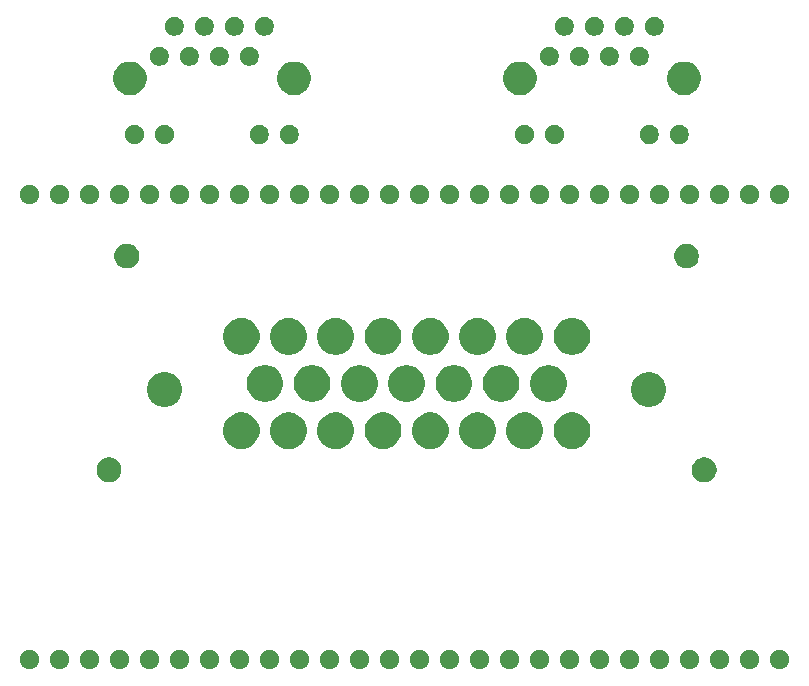
<source format=gts>
G04 #@! TF.GenerationSoftware,KiCad,Pcbnew,5.0.2-bee76a0~70~ubuntu18.04.1*
G04 #@! TF.CreationDate,2019-05-01T23:50:06-04:00*
G04 #@! TF.ProjectId,external_board,65787465-726e-4616-9c5f-626f6172642e,rev?*
G04 #@! TF.SameCoordinates,Original*
G04 #@! TF.FileFunction,Soldermask,Top*
G04 #@! TF.FilePolarity,Negative*
%FSLAX46Y46*%
G04 Gerber Fmt 4.6, Leading zero omitted, Abs format (unit mm)*
G04 Created by KiCad (PCBNEW 5.0.2-bee76a0~70~ubuntu18.04.1) date Wed 01 May 2019 11:50:06 PM EDT*
%MOMM*%
%LPD*%
G01*
G04 APERTURE LIST*
%ADD10C,0.100000*%
G04 APERTURE END LIST*
D10*
G36*
X119617142Y-95738242D02*
X119765102Y-95799530D01*
X119898258Y-95888502D01*
X120011498Y-96001742D01*
X120100470Y-96134898D01*
X120161758Y-96282858D01*
X120193000Y-96439925D01*
X120193000Y-96600075D01*
X120161758Y-96757142D01*
X120100470Y-96905102D01*
X120011498Y-97038258D01*
X119898258Y-97151498D01*
X119765102Y-97240470D01*
X119617142Y-97301758D01*
X119460075Y-97333000D01*
X119299925Y-97333000D01*
X119142858Y-97301758D01*
X118994898Y-97240470D01*
X118861742Y-97151498D01*
X118748502Y-97038258D01*
X118659530Y-96905102D01*
X118598242Y-96757142D01*
X118567000Y-96600075D01*
X118567000Y-96439925D01*
X118598242Y-96282858D01*
X118659530Y-96134898D01*
X118748502Y-96001742D01*
X118861742Y-95888502D01*
X118994898Y-95799530D01*
X119142858Y-95738242D01*
X119299925Y-95707000D01*
X119460075Y-95707000D01*
X119617142Y-95738242D01*
X119617142Y-95738242D01*
G37*
G36*
X145017142Y-95738242D02*
X145165102Y-95799530D01*
X145298258Y-95888502D01*
X145411498Y-96001742D01*
X145500470Y-96134898D01*
X145561758Y-96282858D01*
X145593000Y-96439925D01*
X145593000Y-96600075D01*
X145561758Y-96757142D01*
X145500470Y-96905102D01*
X145411498Y-97038258D01*
X145298258Y-97151498D01*
X145165102Y-97240470D01*
X145017142Y-97301758D01*
X144860075Y-97333000D01*
X144699925Y-97333000D01*
X144542858Y-97301758D01*
X144394898Y-97240470D01*
X144261742Y-97151498D01*
X144148502Y-97038258D01*
X144059530Y-96905102D01*
X143998242Y-96757142D01*
X143967000Y-96600075D01*
X143967000Y-96439925D01*
X143998242Y-96282858D01*
X144059530Y-96134898D01*
X144148502Y-96001742D01*
X144261742Y-95888502D01*
X144394898Y-95799530D01*
X144542858Y-95738242D01*
X144699925Y-95707000D01*
X144860075Y-95707000D01*
X145017142Y-95738242D01*
X145017142Y-95738242D01*
G37*
G36*
X170417142Y-95738242D02*
X170565102Y-95799530D01*
X170698258Y-95888502D01*
X170811498Y-96001742D01*
X170900470Y-96134898D01*
X170961758Y-96282858D01*
X170993000Y-96439925D01*
X170993000Y-96600075D01*
X170961758Y-96757142D01*
X170900470Y-96905102D01*
X170811498Y-97038258D01*
X170698258Y-97151498D01*
X170565102Y-97240470D01*
X170417142Y-97301758D01*
X170260075Y-97333000D01*
X170099925Y-97333000D01*
X169942858Y-97301758D01*
X169794898Y-97240470D01*
X169661742Y-97151498D01*
X169548502Y-97038258D01*
X169459530Y-96905102D01*
X169398242Y-96757142D01*
X169367000Y-96600075D01*
X169367000Y-96439925D01*
X169398242Y-96282858D01*
X169459530Y-96134898D01*
X169548502Y-96001742D01*
X169661742Y-95888502D01*
X169794898Y-95799530D01*
X169942858Y-95738242D01*
X170099925Y-95707000D01*
X170260075Y-95707000D01*
X170417142Y-95738242D01*
X170417142Y-95738242D01*
G37*
G36*
X183117142Y-95738242D02*
X183265102Y-95799530D01*
X183398258Y-95888502D01*
X183511498Y-96001742D01*
X183600470Y-96134898D01*
X183661758Y-96282858D01*
X183693000Y-96439925D01*
X183693000Y-96600075D01*
X183661758Y-96757142D01*
X183600470Y-96905102D01*
X183511498Y-97038258D01*
X183398258Y-97151498D01*
X183265102Y-97240470D01*
X183117142Y-97301758D01*
X182960075Y-97333000D01*
X182799925Y-97333000D01*
X182642858Y-97301758D01*
X182494898Y-97240470D01*
X182361742Y-97151498D01*
X182248502Y-97038258D01*
X182159530Y-96905102D01*
X182098242Y-96757142D01*
X182067000Y-96600075D01*
X182067000Y-96439925D01*
X182098242Y-96282858D01*
X182159530Y-96134898D01*
X182248502Y-96001742D01*
X182361742Y-95888502D01*
X182494898Y-95799530D01*
X182642858Y-95738242D01*
X182799925Y-95707000D01*
X182960075Y-95707000D01*
X183117142Y-95738242D01*
X183117142Y-95738242D01*
G37*
G36*
X180577142Y-95738242D02*
X180725102Y-95799530D01*
X180858258Y-95888502D01*
X180971498Y-96001742D01*
X181060470Y-96134898D01*
X181121758Y-96282858D01*
X181153000Y-96439925D01*
X181153000Y-96600075D01*
X181121758Y-96757142D01*
X181060470Y-96905102D01*
X180971498Y-97038258D01*
X180858258Y-97151498D01*
X180725102Y-97240470D01*
X180577142Y-97301758D01*
X180420075Y-97333000D01*
X180259925Y-97333000D01*
X180102858Y-97301758D01*
X179954898Y-97240470D01*
X179821742Y-97151498D01*
X179708502Y-97038258D01*
X179619530Y-96905102D01*
X179558242Y-96757142D01*
X179527000Y-96600075D01*
X179527000Y-96439925D01*
X179558242Y-96282858D01*
X179619530Y-96134898D01*
X179708502Y-96001742D01*
X179821742Y-95888502D01*
X179954898Y-95799530D01*
X180102858Y-95738242D01*
X180259925Y-95707000D01*
X180420075Y-95707000D01*
X180577142Y-95738242D01*
X180577142Y-95738242D01*
G37*
G36*
X175497142Y-95738242D02*
X175645102Y-95799530D01*
X175778258Y-95888502D01*
X175891498Y-96001742D01*
X175980470Y-96134898D01*
X176041758Y-96282858D01*
X176073000Y-96439925D01*
X176073000Y-96600075D01*
X176041758Y-96757142D01*
X175980470Y-96905102D01*
X175891498Y-97038258D01*
X175778258Y-97151498D01*
X175645102Y-97240470D01*
X175497142Y-97301758D01*
X175340075Y-97333000D01*
X175179925Y-97333000D01*
X175022858Y-97301758D01*
X174874898Y-97240470D01*
X174741742Y-97151498D01*
X174628502Y-97038258D01*
X174539530Y-96905102D01*
X174478242Y-96757142D01*
X174447000Y-96600075D01*
X174447000Y-96439925D01*
X174478242Y-96282858D01*
X174539530Y-96134898D01*
X174628502Y-96001742D01*
X174741742Y-95888502D01*
X174874898Y-95799530D01*
X175022858Y-95738242D01*
X175179925Y-95707000D01*
X175340075Y-95707000D01*
X175497142Y-95738242D01*
X175497142Y-95738242D01*
G37*
G36*
X172957142Y-95738242D02*
X173105102Y-95799530D01*
X173238258Y-95888502D01*
X173351498Y-96001742D01*
X173440470Y-96134898D01*
X173501758Y-96282858D01*
X173533000Y-96439925D01*
X173533000Y-96600075D01*
X173501758Y-96757142D01*
X173440470Y-96905102D01*
X173351498Y-97038258D01*
X173238258Y-97151498D01*
X173105102Y-97240470D01*
X172957142Y-97301758D01*
X172800075Y-97333000D01*
X172639925Y-97333000D01*
X172482858Y-97301758D01*
X172334898Y-97240470D01*
X172201742Y-97151498D01*
X172088502Y-97038258D01*
X171999530Y-96905102D01*
X171938242Y-96757142D01*
X171907000Y-96600075D01*
X171907000Y-96439925D01*
X171938242Y-96282858D01*
X171999530Y-96134898D01*
X172088502Y-96001742D01*
X172201742Y-95888502D01*
X172334898Y-95799530D01*
X172482858Y-95738242D01*
X172639925Y-95707000D01*
X172800075Y-95707000D01*
X172957142Y-95738242D01*
X172957142Y-95738242D01*
G37*
G36*
X178037142Y-95738242D02*
X178185102Y-95799530D01*
X178318258Y-95888502D01*
X178431498Y-96001742D01*
X178520470Y-96134898D01*
X178581758Y-96282858D01*
X178613000Y-96439925D01*
X178613000Y-96600075D01*
X178581758Y-96757142D01*
X178520470Y-96905102D01*
X178431498Y-97038258D01*
X178318258Y-97151498D01*
X178185102Y-97240470D01*
X178037142Y-97301758D01*
X177880075Y-97333000D01*
X177719925Y-97333000D01*
X177562858Y-97301758D01*
X177414898Y-97240470D01*
X177281742Y-97151498D01*
X177168502Y-97038258D01*
X177079530Y-96905102D01*
X177018242Y-96757142D01*
X176987000Y-96600075D01*
X176987000Y-96439925D01*
X177018242Y-96282858D01*
X177079530Y-96134898D01*
X177168502Y-96001742D01*
X177281742Y-95888502D01*
X177414898Y-95799530D01*
X177562858Y-95738242D01*
X177719925Y-95707000D01*
X177880075Y-95707000D01*
X178037142Y-95738242D01*
X178037142Y-95738242D01*
G37*
G36*
X147557142Y-95738242D02*
X147705102Y-95799530D01*
X147838258Y-95888502D01*
X147951498Y-96001742D01*
X148040470Y-96134898D01*
X148101758Y-96282858D01*
X148133000Y-96439925D01*
X148133000Y-96600075D01*
X148101758Y-96757142D01*
X148040470Y-96905102D01*
X147951498Y-97038258D01*
X147838258Y-97151498D01*
X147705102Y-97240470D01*
X147557142Y-97301758D01*
X147400075Y-97333000D01*
X147239925Y-97333000D01*
X147082858Y-97301758D01*
X146934898Y-97240470D01*
X146801742Y-97151498D01*
X146688502Y-97038258D01*
X146599530Y-96905102D01*
X146538242Y-96757142D01*
X146507000Y-96600075D01*
X146507000Y-96439925D01*
X146538242Y-96282858D01*
X146599530Y-96134898D01*
X146688502Y-96001742D01*
X146801742Y-95888502D01*
X146934898Y-95799530D01*
X147082858Y-95738242D01*
X147239925Y-95707000D01*
X147400075Y-95707000D01*
X147557142Y-95738242D01*
X147557142Y-95738242D01*
G37*
G36*
X152637142Y-95738242D02*
X152785102Y-95799530D01*
X152918258Y-95888502D01*
X153031498Y-96001742D01*
X153120470Y-96134898D01*
X153181758Y-96282858D01*
X153213000Y-96439925D01*
X153213000Y-96600075D01*
X153181758Y-96757142D01*
X153120470Y-96905102D01*
X153031498Y-97038258D01*
X152918258Y-97151498D01*
X152785102Y-97240470D01*
X152637142Y-97301758D01*
X152480075Y-97333000D01*
X152319925Y-97333000D01*
X152162858Y-97301758D01*
X152014898Y-97240470D01*
X151881742Y-97151498D01*
X151768502Y-97038258D01*
X151679530Y-96905102D01*
X151618242Y-96757142D01*
X151587000Y-96600075D01*
X151587000Y-96439925D01*
X151618242Y-96282858D01*
X151679530Y-96134898D01*
X151768502Y-96001742D01*
X151881742Y-95888502D01*
X152014898Y-95799530D01*
X152162858Y-95738242D01*
X152319925Y-95707000D01*
X152480075Y-95707000D01*
X152637142Y-95738242D01*
X152637142Y-95738242D01*
G37*
G36*
X162797142Y-95738242D02*
X162945102Y-95799530D01*
X163078258Y-95888502D01*
X163191498Y-96001742D01*
X163280470Y-96134898D01*
X163341758Y-96282858D01*
X163373000Y-96439925D01*
X163373000Y-96600075D01*
X163341758Y-96757142D01*
X163280470Y-96905102D01*
X163191498Y-97038258D01*
X163078258Y-97151498D01*
X162945102Y-97240470D01*
X162797142Y-97301758D01*
X162640075Y-97333000D01*
X162479925Y-97333000D01*
X162322858Y-97301758D01*
X162174898Y-97240470D01*
X162041742Y-97151498D01*
X161928502Y-97038258D01*
X161839530Y-96905102D01*
X161778242Y-96757142D01*
X161747000Y-96600075D01*
X161747000Y-96439925D01*
X161778242Y-96282858D01*
X161839530Y-96134898D01*
X161928502Y-96001742D01*
X162041742Y-95888502D01*
X162174898Y-95799530D01*
X162322858Y-95738242D01*
X162479925Y-95707000D01*
X162640075Y-95707000D01*
X162797142Y-95738242D01*
X162797142Y-95738242D01*
G37*
G36*
X160257142Y-95738242D02*
X160405102Y-95799530D01*
X160538258Y-95888502D01*
X160651498Y-96001742D01*
X160740470Y-96134898D01*
X160801758Y-96282858D01*
X160833000Y-96439925D01*
X160833000Y-96600075D01*
X160801758Y-96757142D01*
X160740470Y-96905102D01*
X160651498Y-97038258D01*
X160538258Y-97151498D01*
X160405102Y-97240470D01*
X160257142Y-97301758D01*
X160100075Y-97333000D01*
X159939925Y-97333000D01*
X159782858Y-97301758D01*
X159634898Y-97240470D01*
X159501742Y-97151498D01*
X159388502Y-97038258D01*
X159299530Y-96905102D01*
X159238242Y-96757142D01*
X159207000Y-96600075D01*
X159207000Y-96439925D01*
X159238242Y-96282858D01*
X159299530Y-96134898D01*
X159388502Y-96001742D01*
X159501742Y-95888502D01*
X159634898Y-95799530D01*
X159782858Y-95738242D01*
X159939925Y-95707000D01*
X160100075Y-95707000D01*
X160257142Y-95738242D01*
X160257142Y-95738242D01*
G37*
G36*
X157717142Y-95738242D02*
X157865102Y-95799530D01*
X157998258Y-95888502D01*
X158111498Y-96001742D01*
X158200470Y-96134898D01*
X158261758Y-96282858D01*
X158293000Y-96439925D01*
X158293000Y-96600075D01*
X158261758Y-96757142D01*
X158200470Y-96905102D01*
X158111498Y-97038258D01*
X157998258Y-97151498D01*
X157865102Y-97240470D01*
X157717142Y-97301758D01*
X157560075Y-97333000D01*
X157399925Y-97333000D01*
X157242858Y-97301758D01*
X157094898Y-97240470D01*
X156961742Y-97151498D01*
X156848502Y-97038258D01*
X156759530Y-96905102D01*
X156698242Y-96757142D01*
X156667000Y-96600075D01*
X156667000Y-96439925D01*
X156698242Y-96282858D01*
X156759530Y-96134898D01*
X156848502Y-96001742D01*
X156961742Y-95888502D01*
X157094898Y-95799530D01*
X157242858Y-95738242D01*
X157399925Y-95707000D01*
X157560075Y-95707000D01*
X157717142Y-95738242D01*
X157717142Y-95738242D01*
G37*
G36*
X122157142Y-95738242D02*
X122305102Y-95799530D01*
X122438258Y-95888502D01*
X122551498Y-96001742D01*
X122640470Y-96134898D01*
X122701758Y-96282858D01*
X122733000Y-96439925D01*
X122733000Y-96600075D01*
X122701758Y-96757142D01*
X122640470Y-96905102D01*
X122551498Y-97038258D01*
X122438258Y-97151498D01*
X122305102Y-97240470D01*
X122157142Y-97301758D01*
X122000075Y-97333000D01*
X121839925Y-97333000D01*
X121682858Y-97301758D01*
X121534898Y-97240470D01*
X121401742Y-97151498D01*
X121288502Y-97038258D01*
X121199530Y-96905102D01*
X121138242Y-96757142D01*
X121107000Y-96600075D01*
X121107000Y-96439925D01*
X121138242Y-96282858D01*
X121199530Y-96134898D01*
X121288502Y-96001742D01*
X121401742Y-95888502D01*
X121534898Y-95799530D01*
X121682858Y-95738242D01*
X121839925Y-95707000D01*
X122000075Y-95707000D01*
X122157142Y-95738242D01*
X122157142Y-95738242D01*
G37*
G36*
X167877142Y-95738242D02*
X168025102Y-95799530D01*
X168158258Y-95888502D01*
X168271498Y-96001742D01*
X168360470Y-96134898D01*
X168421758Y-96282858D01*
X168453000Y-96439925D01*
X168453000Y-96600075D01*
X168421758Y-96757142D01*
X168360470Y-96905102D01*
X168271498Y-97038258D01*
X168158258Y-97151498D01*
X168025102Y-97240470D01*
X167877142Y-97301758D01*
X167720075Y-97333000D01*
X167559925Y-97333000D01*
X167402858Y-97301758D01*
X167254898Y-97240470D01*
X167121742Y-97151498D01*
X167008502Y-97038258D01*
X166919530Y-96905102D01*
X166858242Y-96757142D01*
X166827000Y-96600075D01*
X166827000Y-96439925D01*
X166858242Y-96282858D01*
X166919530Y-96134898D01*
X167008502Y-96001742D01*
X167121742Y-95888502D01*
X167254898Y-95799530D01*
X167402858Y-95738242D01*
X167559925Y-95707000D01*
X167720075Y-95707000D01*
X167877142Y-95738242D01*
X167877142Y-95738242D01*
G37*
G36*
X155177142Y-95738242D02*
X155325102Y-95799530D01*
X155458258Y-95888502D01*
X155571498Y-96001742D01*
X155660470Y-96134898D01*
X155721758Y-96282858D01*
X155753000Y-96439925D01*
X155753000Y-96600075D01*
X155721758Y-96757142D01*
X155660470Y-96905102D01*
X155571498Y-97038258D01*
X155458258Y-97151498D01*
X155325102Y-97240470D01*
X155177142Y-97301758D01*
X155020075Y-97333000D01*
X154859925Y-97333000D01*
X154702858Y-97301758D01*
X154554898Y-97240470D01*
X154421742Y-97151498D01*
X154308502Y-97038258D01*
X154219530Y-96905102D01*
X154158242Y-96757142D01*
X154127000Y-96600075D01*
X154127000Y-96439925D01*
X154158242Y-96282858D01*
X154219530Y-96134898D01*
X154308502Y-96001742D01*
X154421742Y-95888502D01*
X154554898Y-95799530D01*
X154702858Y-95738242D01*
X154859925Y-95707000D01*
X155020075Y-95707000D01*
X155177142Y-95738242D01*
X155177142Y-95738242D01*
G37*
G36*
X124697142Y-95738242D02*
X124845102Y-95799530D01*
X124978258Y-95888502D01*
X125091498Y-96001742D01*
X125180470Y-96134898D01*
X125241758Y-96282858D01*
X125273000Y-96439925D01*
X125273000Y-96600075D01*
X125241758Y-96757142D01*
X125180470Y-96905102D01*
X125091498Y-97038258D01*
X124978258Y-97151498D01*
X124845102Y-97240470D01*
X124697142Y-97301758D01*
X124540075Y-97333000D01*
X124379925Y-97333000D01*
X124222858Y-97301758D01*
X124074898Y-97240470D01*
X123941742Y-97151498D01*
X123828502Y-97038258D01*
X123739530Y-96905102D01*
X123678242Y-96757142D01*
X123647000Y-96600075D01*
X123647000Y-96439925D01*
X123678242Y-96282858D01*
X123739530Y-96134898D01*
X123828502Y-96001742D01*
X123941742Y-95888502D01*
X124074898Y-95799530D01*
X124222858Y-95738242D01*
X124379925Y-95707000D01*
X124540075Y-95707000D01*
X124697142Y-95738242D01*
X124697142Y-95738242D01*
G37*
G36*
X127237142Y-95738242D02*
X127385102Y-95799530D01*
X127518258Y-95888502D01*
X127631498Y-96001742D01*
X127720470Y-96134898D01*
X127781758Y-96282858D01*
X127813000Y-96439925D01*
X127813000Y-96600075D01*
X127781758Y-96757142D01*
X127720470Y-96905102D01*
X127631498Y-97038258D01*
X127518258Y-97151498D01*
X127385102Y-97240470D01*
X127237142Y-97301758D01*
X127080075Y-97333000D01*
X126919925Y-97333000D01*
X126762858Y-97301758D01*
X126614898Y-97240470D01*
X126481742Y-97151498D01*
X126368502Y-97038258D01*
X126279530Y-96905102D01*
X126218242Y-96757142D01*
X126187000Y-96600075D01*
X126187000Y-96439925D01*
X126218242Y-96282858D01*
X126279530Y-96134898D01*
X126368502Y-96001742D01*
X126481742Y-95888502D01*
X126614898Y-95799530D01*
X126762858Y-95738242D01*
X126919925Y-95707000D01*
X127080075Y-95707000D01*
X127237142Y-95738242D01*
X127237142Y-95738242D01*
G37*
G36*
X129777142Y-95738242D02*
X129925102Y-95799530D01*
X130058258Y-95888502D01*
X130171498Y-96001742D01*
X130260470Y-96134898D01*
X130321758Y-96282858D01*
X130353000Y-96439925D01*
X130353000Y-96600075D01*
X130321758Y-96757142D01*
X130260470Y-96905102D01*
X130171498Y-97038258D01*
X130058258Y-97151498D01*
X129925102Y-97240470D01*
X129777142Y-97301758D01*
X129620075Y-97333000D01*
X129459925Y-97333000D01*
X129302858Y-97301758D01*
X129154898Y-97240470D01*
X129021742Y-97151498D01*
X128908502Y-97038258D01*
X128819530Y-96905102D01*
X128758242Y-96757142D01*
X128727000Y-96600075D01*
X128727000Y-96439925D01*
X128758242Y-96282858D01*
X128819530Y-96134898D01*
X128908502Y-96001742D01*
X129021742Y-95888502D01*
X129154898Y-95799530D01*
X129302858Y-95738242D01*
X129459925Y-95707000D01*
X129620075Y-95707000D01*
X129777142Y-95738242D01*
X129777142Y-95738242D01*
G37*
G36*
X137397142Y-95738242D02*
X137545102Y-95799530D01*
X137678258Y-95888502D01*
X137791498Y-96001742D01*
X137880470Y-96134898D01*
X137941758Y-96282858D01*
X137973000Y-96439925D01*
X137973000Y-96600075D01*
X137941758Y-96757142D01*
X137880470Y-96905102D01*
X137791498Y-97038258D01*
X137678258Y-97151498D01*
X137545102Y-97240470D01*
X137397142Y-97301758D01*
X137240075Y-97333000D01*
X137079925Y-97333000D01*
X136922858Y-97301758D01*
X136774898Y-97240470D01*
X136641742Y-97151498D01*
X136528502Y-97038258D01*
X136439530Y-96905102D01*
X136378242Y-96757142D01*
X136347000Y-96600075D01*
X136347000Y-96439925D01*
X136378242Y-96282858D01*
X136439530Y-96134898D01*
X136528502Y-96001742D01*
X136641742Y-95888502D01*
X136774898Y-95799530D01*
X136922858Y-95738242D01*
X137079925Y-95707000D01*
X137240075Y-95707000D01*
X137397142Y-95738242D01*
X137397142Y-95738242D01*
G37*
G36*
X142477142Y-95738242D02*
X142625102Y-95799530D01*
X142758258Y-95888502D01*
X142871498Y-96001742D01*
X142960470Y-96134898D01*
X143021758Y-96282858D01*
X143053000Y-96439925D01*
X143053000Y-96600075D01*
X143021758Y-96757142D01*
X142960470Y-96905102D01*
X142871498Y-97038258D01*
X142758258Y-97151498D01*
X142625102Y-97240470D01*
X142477142Y-97301758D01*
X142320075Y-97333000D01*
X142159925Y-97333000D01*
X142002858Y-97301758D01*
X141854898Y-97240470D01*
X141721742Y-97151498D01*
X141608502Y-97038258D01*
X141519530Y-96905102D01*
X141458242Y-96757142D01*
X141427000Y-96600075D01*
X141427000Y-96439925D01*
X141458242Y-96282858D01*
X141519530Y-96134898D01*
X141608502Y-96001742D01*
X141721742Y-95888502D01*
X141854898Y-95799530D01*
X142002858Y-95738242D01*
X142159925Y-95707000D01*
X142320075Y-95707000D01*
X142477142Y-95738242D01*
X142477142Y-95738242D01*
G37*
G36*
X132317142Y-95738242D02*
X132465102Y-95799530D01*
X132598258Y-95888502D01*
X132711498Y-96001742D01*
X132800470Y-96134898D01*
X132861758Y-96282858D01*
X132893000Y-96439925D01*
X132893000Y-96600075D01*
X132861758Y-96757142D01*
X132800470Y-96905102D01*
X132711498Y-97038258D01*
X132598258Y-97151498D01*
X132465102Y-97240470D01*
X132317142Y-97301758D01*
X132160075Y-97333000D01*
X131999925Y-97333000D01*
X131842858Y-97301758D01*
X131694898Y-97240470D01*
X131561742Y-97151498D01*
X131448502Y-97038258D01*
X131359530Y-96905102D01*
X131298242Y-96757142D01*
X131267000Y-96600075D01*
X131267000Y-96439925D01*
X131298242Y-96282858D01*
X131359530Y-96134898D01*
X131448502Y-96001742D01*
X131561742Y-95888502D01*
X131694898Y-95799530D01*
X131842858Y-95738242D01*
X131999925Y-95707000D01*
X132160075Y-95707000D01*
X132317142Y-95738242D01*
X132317142Y-95738242D01*
G37*
G36*
X139937142Y-95738242D02*
X140085102Y-95799530D01*
X140218258Y-95888502D01*
X140331498Y-96001742D01*
X140420470Y-96134898D01*
X140481758Y-96282858D01*
X140513000Y-96439925D01*
X140513000Y-96600075D01*
X140481758Y-96757142D01*
X140420470Y-96905102D01*
X140331498Y-97038258D01*
X140218258Y-97151498D01*
X140085102Y-97240470D01*
X139937142Y-97301758D01*
X139780075Y-97333000D01*
X139619925Y-97333000D01*
X139462858Y-97301758D01*
X139314898Y-97240470D01*
X139181742Y-97151498D01*
X139068502Y-97038258D01*
X138979530Y-96905102D01*
X138918242Y-96757142D01*
X138887000Y-96600075D01*
X138887000Y-96439925D01*
X138918242Y-96282858D01*
X138979530Y-96134898D01*
X139068502Y-96001742D01*
X139181742Y-95888502D01*
X139314898Y-95799530D01*
X139462858Y-95738242D01*
X139619925Y-95707000D01*
X139780075Y-95707000D01*
X139937142Y-95738242D01*
X139937142Y-95738242D01*
G37*
G36*
X134857142Y-95738242D02*
X135005102Y-95799530D01*
X135138258Y-95888502D01*
X135251498Y-96001742D01*
X135340470Y-96134898D01*
X135401758Y-96282858D01*
X135433000Y-96439925D01*
X135433000Y-96600075D01*
X135401758Y-96757142D01*
X135340470Y-96905102D01*
X135251498Y-97038258D01*
X135138258Y-97151498D01*
X135005102Y-97240470D01*
X134857142Y-97301758D01*
X134700075Y-97333000D01*
X134539925Y-97333000D01*
X134382858Y-97301758D01*
X134234898Y-97240470D01*
X134101742Y-97151498D01*
X133988502Y-97038258D01*
X133899530Y-96905102D01*
X133838242Y-96757142D01*
X133807000Y-96600075D01*
X133807000Y-96439925D01*
X133838242Y-96282858D01*
X133899530Y-96134898D01*
X133988502Y-96001742D01*
X134101742Y-95888502D01*
X134234898Y-95799530D01*
X134382858Y-95738242D01*
X134539925Y-95707000D01*
X134700075Y-95707000D01*
X134857142Y-95738242D01*
X134857142Y-95738242D01*
G37*
G36*
X165337142Y-95738242D02*
X165485102Y-95799530D01*
X165618258Y-95888502D01*
X165731498Y-96001742D01*
X165820470Y-96134898D01*
X165881758Y-96282858D01*
X165913000Y-96439925D01*
X165913000Y-96600075D01*
X165881758Y-96757142D01*
X165820470Y-96905102D01*
X165731498Y-97038258D01*
X165618258Y-97151498D01*
X165485102Y-97240470D01*
X165337142Y-97301758D01*
X165180075Y-97333000D01*
X165019925Y-97333000D01*
X164862858Y-97301758D01*
X164714898Y-97240470D01*
X164581742Y-97151498D01*
X164468502Y-97038258D01*
X164379530Y-96905102D01*
X164318242Y-96757142D01*
X164287000Y-96600075D01*
X164287000Y-96439925D01*
X164318242Y-96282858D01*
X164379530Y-96134898D01*
X164468502Y-96001742D01*
X164581742Y-95888502D01*
X164714898Y-95799530D01*
X164862858Y-95738242D01*
X165019925Y-95707000D01*
X165180075Y-95707000D01*
X165337142Y-95738242D01*
X165337142Y-95738242D01*
G37*
G36*
X150097142Y-95738242D02*
X150245102Y-95799530D01*
X150378258Y-95888502D01*
X150491498Y-96001742D01*
X150580470Y-96134898D01*
X150641758Y-96282858D01*
X150673000Y-96439925D01*
X150673000Y-96600075D01*
X150641758Y-96757142D01*
X150580470Y-96905102D01*
X150491498Y-97038258D01*
X150378258Y-97151498D01*
X150245102Y-97240470D01*
X150097142Y-97301758D01*
X149940075Y-97333000D01*
X149779925Y-97333000D01*
X149622858Y-97301758D01*
X149474898Y-97240470D01*
X149341742Y-97151498D01*
X149228502Y-97038258D01*
X149139530Y-96905102D01*
X149078242Y-96757142D01*
X149047000Y-96600075D01*
X149047000Y-96439925D01*
X149078242Y-96282858D01*
X149139530Y-96134898D01*
X149228502Y-96001742D01*
X149341742Y-95888502D01*
X149474898Y-95799530D01*
X149622858Y-95738242D01*
X149779925Y-95707000D01*
X149940075Y-95707000D01*
X150097142Y-95738242D01*
X150097142Y-95738242D01*
G37*
G36*
X176816565Y-79449389D02*
X177007834Y-79528615D01*
X177179976Y-79643637D01*
X177326363Y-79790024D01*
X177441385Y-79962166D01*
X177520611Y-80153435D01*
X177561000Y-80356484D01*
X177561000Y-80563516D01*
X177520611Y-80766565D01*
X177441385Y-80957834D01*
X177326363Y-81129976D01*
X177179976Y-81276363D01*
X177007834Y-81391385D01*
X176816565Y-81470611D01*
X176613516Y-81511000D01*
X176406484Y-81511000D01*
X176203435Y-81470611D01*
X176012166Y-81391385D01*
X175840024Y-81276363D01*
X175693637Y-81129976D01*
X175578615Y-80957834D01*
X175499389Y-80766565D01*
X175459000Y-80563516D01*
X175459000Y-80356484D01*
X175499389Y-80153435D01*
X175578615Y-79962166D01*
X175693637Y-79790024D01*
X175840024Y-79643637D01*
X176012166Y-79528615D01*
X176203435Y-79449389D01*
X176406484Y-79409000D01*
X176613516Y-79409000D01*
X176816565Y-79449389D01*
X176816565Y-79449389D01*
G37*
G36*
X126416565Y-79449389D02*
X126607834Y-79528615D01*
X126779976Y-79643637D01*
X126926363Y-79790024D01*
X127041385Y-79962166D01*
X127120611Y-80153435D01*
X127161000Y-80356484D01*
X127161000Y-80563516D01*
X127120611Y-80766565D01*
X127041385Y-80957834D01*
X126926363Y-81129976D01*
X126779976Y-81276363D01*
X126607834Y-81391385D01*
X126416565Y-81470611D01*
X126213516Y-81511000D01*
X126006484Y-81511000D01*
X125803435Y-81470611D01*
X125612166Y-81391385D01*
X125440024Y-81276363D01*
X125293637Y-81129976D01*
X125178615Y-80957834D01*
X125099389Y-80766565D01*
X125059000Y-80563516D01*
X125059000Y-80356484D01*
X125099389Y-80153435D01*
X125178615Y-79962166D01*
X125293637Y-79790024D01*
X125440024Y-79643637D01*
X125612166Y-79528615D01*
X125803435Y-79449389D01*
X126006484Y-79409000D01*
X126213516Y-79409000D01*
X126416565Y-79449389D01*
X126416565Y-79449389D01*
G37*
G36*
X137662527Y-75648736D02*
X137762410Y-75668604D01*
X138044674Y-75785521D01*
X138298705Y-75955259D01*
X138514741Y-76171295D01*
X138684479Y-76425326D01*
X138801396Y-76707590D01*
X138861000Y-77007240D01*
X138861000Y-77312760D01*
X138801396Y-77612410D01*
X138684479Y-77894674D01*
X138514741Y-78148705D01*
X138298705Y-78364741D01*
X138044674Y-78534479D01*
X137762410Y-78651396D01*
X137662527Y-78671264D01*
X137462762Y-78711000D01*
X137157238Y-78711000D01*
X136957473Y-78671264D01*
X136857590Y-78651396D01*
X136575326Y-78534479D01*
X136321295Y-78364741D01*
X136105259Y-78148705D01*
X135935521Y-77894674D01*
X135818604Y-77612410D01*
X135759000Y-77312760D01*
X135759000Y-77007240D01*
X135818604Y-76707590D01*
X135935521Y-76425326D01*
X136105259Y-76171295D01*
X136321295Y-75955259D01*
X136575326Y-75785521D01*
X136857590Y-75668604D01*
X136957473Y-75648736D01*
X137157238Y-75609000D01*
X137462762Y-75609000D01*
X137662527Y-75648736D01*
X137662527Y-75648736D01*
G37*
G36*
X161662527Y-75648736D02*
X161762410Y-75668604D01*
X162044674Y-75785521D01*
X162298705Y-75955259D01*
X162514741Y-76171295D01*
X162684479Y-76425326D01*
X162801396Y-76707590D01*
X162861000Y-77007240D01*
X162861000Y-77312760D01*
X162801396Y-77612410D01*
X162684479Y-77894674D01*
X162514741Y-78148705D01*
X162298705Y-78364741D01*
X162044674Y-78534479D01*
X161762410Y-78651396D01*
X161662527Y-78671264D01*
X161462762Y-78711000D01*
X161157238Y-78711000D01*
X160957473Y-78671264D01*
X160857590Y-78651396D01*
X160575326Y-78534479D01*
X160321295Y-78364741D01*
X160105259Y-78148705D01*
X159935521Y-77894674D01*
X159818604Y-77612410D01*
X159759000Y-77312760D01*
X159759000Y-77007240D01*
X159818604Y-76707590D01*
X159935521Y-76425326D01*
X160105259Y-76171295D01*
X160321295Y-75955259D01*
X160575326Y-75785521D01*
X160857590Y-75668604D01*
X160957473Y-75648736D01*
X161157238Y-75609000D01*
X161462762Y-75609000D01*
X161662527Y-75648736D01*
X161662527Y-75648736D01*
G37*
G36*
X157662527Y-75648736D02*
X157762410Y-75668604D01*
X158044674Y-75785521D01*
X158298705Y-75955259D01*
X158514741Y-76171295D01*
X158684479Y-76425326D01*
X158801396Y-76707590D01*
X158861000Y-77007240D01*
X158861000Y-77312760D01*
X158801396Y-77612410D01*
X158684479Y-77894674D01*
X158514741Y-78148705D01*
X158298705Y-78364741D01*
X158044674Y-78534479D01*
X157762410Y-78651396D01*
X157662527Y-78671264D01*
X157462762Y-78711000D01*
X157157238Y-78711000D01*
X156957473Y-78671264D01*
X156857590Y-78651396D01*
X156575326Y-78534479D01*
X156321295Y-78364741D01*
X156105259Y-78148705D01*
X155935521Y-77894674D01*
X155818604Y-77612410D01*
X155759000Y-77312760D01*
X155759000Y-77007240D01*
X155818604Y-76707590D01*
X155935521Y-76425326D01*
X156105259Y-76171295D01*
X156321295Y-75955259D01*
X156575326Y-75785521D01*
X156857590Y-75668604D01*
X156957473Y-75648736D01*
X157157238Y-75609000D01*
X157462762Y-75609000D01*
X157662527Y-75648736D01*
X157662527Y-75648736D01*
G37*
G36*
X153662527Y-75648736D02*
X153762410Y-75668604D01*
X154044674Y-75785521D01*
X154298705Y-75955259D01*
X154514741Y-76171295D01*
X154684479Y-76425326D01*
X154801396Y-76707590D01*
X154861000Y-77007240D01*
X154861000Y-77312760D01*
X154801396Y-77612410D01*
X154684479Y-77894674D01*
X154514741Y-78148705D01*
X154298705Y-78364741D01*
X154044674Y-78534479D01*
X153762410Y-78651396D01*
X153662527Y-78671264D01*
X153462762Y-78711000D01*
X153157238Y-78711000D01*
X152957473Y-78671264D01*
X152857590Y-78651396D01*
X152575326Y-78534479D01*
X152321295Y-78364741D01*
X152105259Y-78148705D01*
X151935521Y-77894674D01*
X151818604Y-77612410D01*
X151759000Y-77312760D01*
X151759000Y-77007240D01*
X151818604Y-76707590D01*
X151935521Y-76425326D01*
X152105259Y-76171295D01*
X152321295Y-75955259D01*
X152575326Y-75785521D01*
X152857590Y-75668604D01*
X152957473Y-75648736D01*
X153157238Y-75609000D01*
X153462762Y-75609000D01*
X153662527Y-75648736D01*
X153662527Y-75648736D01*
G37*
G36*
X145662527Y-75648736D02*
X145762410Y-75668604D01*
X146044674Y-75785521D01*
X146298705Y-75955259D01*
X146514741Y-76171295D01*
X146684479Y-76425326D01*
X146801396Y-76707590D01*
X146861000Y-77007240D01*
X146861000Y-77312760D01*
X146801396Y-77612410D01*
X146684479Y-77894674D01*
X146514741Y-78148705D01*
X146298705Y-78364741D01*
X146044674Y-78534479D01*
X145762410Y-78651396D01*
X145662527Y-78671264D01*
X145462762Y-78711000D01*
X145157238Y-78711000D01*
X144957473Y-78671264D01*
X144857590Y-78651396D01*
X144575326Y-78534479D01*
X144321295Y-78364741D01*
X144105259Y-78148705D01*
X143935521Y-77894674D01*
X143818604Y-77612410D01*
X143759000Y-77312760D01*
X143759000Y-77007240D01*
X143818604Y-76707590D01*
X143935521Y-76425326D01*
X144105259Y-76171295D01*
X144321295Y-75955259D01*
X144575326Y-75785521D01*
X144857590Y-75668604D01*
X144957473Y-75648736D01*
X145157238Y-75609000D01*
X145462762Y-75609000D01*
X145662527Y-75648736D01*
X145662527Y-75648736D01*
G37*
G36*
X141662527Y-75648736D02*
X141762410Y-75668604D01*
X142044674Y-75785521D01*
X142298705Y-75955259D01*
X142514741Y-76171295D01*
X142684479Y-76425326D01*
X142801396Y-76707590D01*
X142861000Y-77007240D01*
X142861000Y-77312760D01*
X142801396Y-77612410D01*
X142684479Y-77894674D01*
X142514741Y-78148705D01*
X142298705Y-78364741D01*
X142044674Y-78534479D01*
X141762410Y-78651396D01*
X141662527Y-78671264D01*
X141462762Y-78711000D01*
X141157238Y-78711000D01*
X140957473Y-78671264D01*
X140857590Y-78651396D01*
X140575326Y-78534479D01*
X140321295Y-78364741D01*
X140105259Y-78148705D01*
X139935521Y-77894674D01*
X139818604Y-77612410D01*
X139759000Y-77312760D01*
X139759000Y-77007240D01*
X139818604Y-76707590D01*
X139935521Y-76425326D01*
X140105259Y-76171295D01*
X140321295Y-75955259D01*
X140575326Y-75785521D01*
X140857590Y-75668604D01*
X140957473Y-75648736D01*
X141157238Y-75609000D01*
X141462762Y-75609000D01*
X141662527Y-75648736D01*
X141662527Y-75648736D01*
G37*
G36*
X165662527Y-75648736D02*
X165762410Y-75668604D01*
X166044674Y-75785521D01*
X166298705Y-75955259D01*
X166514741Y-76171295D01*
X166684479Y-76425326D01*
X166801396Y-76707590D01*
X166861000Y-77007240D01*
X166861000Y-77312760D01*
X166801396Y-77612410D01*
X166684479Y-77894674D01*
X166514741Y-78148705D01*
X166298705Y-78364741D01*
X166044674Y-78534479D01*
X165762410Y-78651396D01*
X165662527Y-78671264D01*
X165462762Y-78711000D01*
X165157238Y-78711000D01*
X164957473Y-78671264D01*
X164857590Y-78651396D01*
X164575326Y-78534479D01*
X164321295Y-78364741D01*
X164105259Y-78148705D01*
X163935521Y-77894674D01*
X163818604Y-77612410D01*
X163759000Y-77312760D01*
X163759000Y-77007240D01*
X163818604Y-76707590D01*
X163935521Y-76425326D01*
X164105259Y-76171295D01*
X164321295Y-75955259D01*
X164575326Y-75785521D01*
X164857590Y-75668604D01*
X164957473Y-75648736D01*
X165157238Y-75609000D01*
X165462762Y-75609000D01*
X165662527Y-75648736D01*
X165662527Y-75648736D01*
G37*
G36*
X149662527Y-75648736D02*
X149762410Y-75668604D01*
X150044674Y-75785521D01*
X150298705Y-75955259D01*
X150514741Y-76171295D01*
X150684479Y-76425326D01*
X150801396Y-76707590D01*
X150861000Y-77007240D01*
X150861000Y-77312760D01*
X150801396Y-77612410D01*
X150684479Y-77894674D01*
X150514741Y-78148705D01*
X150298705Y-78364741D01*
X150044674Y-78534479D01*
X149762410Y-78651396D01*
X149662527Y-78671264D01*
X149462762Y-78711000D01*
X149157238Y-78711000D01*
X148957473Y-78671264D01*
X148857590Y-78651396D01*
X148575326Y-78534479D01*
X148321295Y-78364741D01*
X148105259Y-78148705D01*
X147935521Y-77894674D01*
X147818604Y-77612410D01*
X147759000Y-77312760D01*
X147759000Y-77007240D01*
X147818604Y-76707590D01*
X147935521Y-76425326D01*
X148105259Y-76171295D01*
X148321295Y-75955259D01*
X148575326Y-75785521D01*
X148857590Y-75668604D01*
X148957473Y-75648736D01*
X149157238Y-75609000D01*
X149462762Y-75609000D01*
X149662527Y-75648736D01*
X149662527Y-75648736D01*
G37*
G36*
X131240531Y-72240721D02*
X131509149Y-72351986D01*
X131750898Y-72513518D01*
X131956482Y-72719102D01*
X132118014Y-72960851D01*
X132229279Y-73229469D01*
X132286000Y-73514625D01*
X132286000Y-73805375D01*
X132229279Y-74090531D01*
X132118014Y-74359149D01*
X131956482Y-74600898D01*
X131750898Y-74806482D01*
X131509149Y-74968014D01*
X131240531Y-75079279D01*
X130955375Y-75136000D01*
X130664625Y-75136000D01*
X130379469Y-75079279D01*
X130110851Y-74968014D01*
X129869102Y-74806482D01*
X129663518Y-74600898D01*
X129501986Y-74359149D01*
X129390721Y-74090531D01*
X129334000Y-73805375D01*
X129334000Y-73514625D01*
X129390721Y-73229469D01*
X129501986Y-72960851D01*
X129663518Y-72719102D01*
X129869102Y-72513518D01*
X130110851Y-72351986D01*
X130379469Y-72240721D01*
X130664625Y-72184000D01*
X130955375Y-72184000D01*
X131240531Y-72240721D01*
X131240531Y-72240721D01*
G37*
G36*
X172240531Y-72240721D02*
X172509149Y-72351986D01*
X172750898Y-72513518D01*
X172956482Y-72719102D01*
X173118014Y-72960851D01*
X173229279Y-73229469D01*
X173286000Y-73514625D01*
X173286000Y-73805375D01*
X173229279Y-74090531D01*
X173118014Y-74359149D01*
X172956482Y-74600898D01*
X172750898Y-74806482D01*
X172509149Y-74968014D01*
X172240531Y-75079279D01*
X171955375Y-75136000D01*
X171664625Y-75136000D01*
X171379469Y-75079279D01*
X171110851Y-74968014D01*
X170869102Y-74806482D01*
X170663518Y-74600898D01*
X170501986Y-74359149D01*
X170390721Y-74090531D01*
X170334000Y-73805375D01*
X170334000Y-73514625D01*
X170390721Y-73229469D01*
X170501986Y-72960851D01*
X170663518Y-72719102D01*
X170869102Y-72513518D01*
X171110851Y-72351986D01*
X171379469Y-72240721D01*
X171664625Y-72184000D01*
X171955375Y-72184000D01*
X172240531Y-72240721D01*
X172240531Y-72240721D01*
G37*
G36*
X163662527Y-71648736D02*
X163762410Y-71668604D01*
X164044674Y-71785521D01*
X164298705Y-71955259D01*
X164514741Y-72171295D01*
X164684479Y-72425326D01*
X164801396Y-72707590D01*
X164861000Y-73007240D01*
X164861000Y-73312760D01*
X164801396Y-73612410D01*
X164684479Y-73894674D01*
X164514741Y-74148705D01*
X164298705Y-74364741D01*
X164044674Y-74534479D01*
X163762410Y-74651396D01*
X163662527Y-74671264D01*
X163462762Y-74711000D01*
X163157238Y-74711000D01*
X162957473Y-74671264D01*
X162857590Y-74651396D01*
X162575326Y-74534479D01*
X162321295Y-74364741D01*
X162105259Y-74148705D01*
X161935521Y-73894674D01*
X161818604Y-73612410D01*
X161759000Y-73312760D01*
X161759000Y-73007240D01*
X161818604Y-72707590D01*
X161935521Y-72425326D01*
X162105259Y-72171295D01*
X162321295Y-71955259D01*
X162575326Y-71785521D01*
X162857590Y-71668604D01*
X162957473Y-71648736D01*
X163157238Y-71609000D01*
X163462762Y-71609000D01*
X163662527Y-71648736D01*
X163662527Y-71648736D01*
G37*
G36*
X139662527Y-71648736D02*
X139762410Y-71668604D01*
X140044674Y-71785521D01*
X140298705Y-71955259D01*
X140514741Y-72171295D01*
X140684479Y-72425326D01*
X140801396Y-72707590D01*
X140861000Y-73007240D01*
X140861000Y-73312760D01*
X140801396Y-73612410D01*
X140684479Y-73894674D01*
X140514741Y-74148705D01*
X140298705Y-74364741D01*
X140044674Y-74534479D01*
X139762410Y-74651396D01*
X139662527Y-74671264D01*
X139462762Y-74711000D01*
X139157238Y-74711000D01*
X138957473Y-74671264D01*
X138857590Y-74651396D01*
X138575326Y-74534479D01*
X138321295Y-74364741D01*
X138105259Y-74148705D01*
X137935521Y-73894674D01*
X137818604Y-73612410D01*
X137759000Y-73312760D01*
X137759000Y-73007240D01*
X137818604Y-72707590D01*
X137935521Y-72425326D01*
X138105259Y-72171295D01*
X138321295Y-71955259D01*
X138575326Y-71785521D01*
X138857590Y-71668604D01*
X138957473Y-71648736D01*
X139157238Y-71609000D01*
X139462762Y-71609000D01*
X139662527Y-71648736D01*
X139662527Y-71648736D01*
G37*
G36*
X151662527Y-71648736D02*
X151762410Y-71668604D01*
X152044674Y-71785521D01*
X152298705Y-71955259D01*
X152514741Y-72171295D01*
X152684479Y-72425326D01*
X152801396Y-72707590D01*
X152861000Y-73007240D01*
X152861000Y-73312760D01*
X152801396Y-73612410D01*
X152684479Y-73894674D01*
X152514741Y-74148705D01*
X152298705Y-74364741D01*
X152044674Y-74534479D01*
X151762410Y-74651396D01*
X151662527Y-74671264D01*
X151462762Y-74711000D01*
X151157238Y-74711000D01*
X150957473Y-74671264D01*
X150857590Y-74651396D01*
X150575326Y-74534479D01*
X150321295Y-74364741D01*
X150105259Y-74148705D01*
X149935521Y-73894674D01*
X149818604Y-73612410D01*
X149759000Y-73312760D01*
X149759000Y-73007240D01*
X149818604Y-72707590D01*
X149935521Y-72425326D01*
X150105259Y-72171295D01*
X150321295Y-71955259D01*
X150575326Y-71785521D01*
X150857590Y-71668604D01*
X150957473Y-71648736D01*
X151157238Y-71609000D01*
X151462762Y-71609000D01*
X151662527Y-71648736D01*
X151662527Y-71648736D01*
G37*
G36*
X155662527Y-71648736D02*
X155762410Y-71668604D01*
X156044674Y-71785521D01*
X156298705Y-71955259D01*
X156514741Y-72171295D01*
X156684479Y-72425326D01*
X156801396Y-72707590D01*
X156861000Y-73007240D01*
X156861000Y-73312760D01*
X156801396Y-73612410D01*
X156684479Y-73894674D01*
X156514741Y-74148705D01*
X156298705Y-74364741D01*
X156044674Y-74534479D01*
X155762410Y-74651396D01*
X155662527Y-74671264D01*
X155462762Y-74711000D01*
X155157238Y-74711000D01*
X154957473Y-74671264D01*
X154857590Y-74651396D01*
X154575326Y-74534479D01*
X154321295Y-74364741D01*
X154105259Y-74148705D01*
X153935521Y-73894674D01*
X153818604Y-73612410D01*
X153759000Y-73312760D01*
X153759000Y-73007240D01*
X153818604Y-72707590D01*
X153935521Y-72425326D01*
X154105259Y-72171295D01*
X154321295Y-71955259D01*
X154575326Y-71785521D01*
X154857590Y-71668604D01*
X154957473Y-71648736D01*
X155157238Y-71609000D01*
X155462762Y-71609000D01*
X155662527Y-71648736D01*
X155662527Y-71648736D01*
G37*
G36*
X147662527Y-71648736D02*
X147762410Y-71668604D01*
X148044674Y-71785521D01*
X148298705Y-71955259D01*
X148514741Y-72171295D01*
X148684479Y-72425326D01*
X148801396Y-72707590D01*
X148861000Y-73007240D01*
X148861000Y-73312760D01*
X148801396Y-73612410D01*
X148684479Y-73894674D01*
X148514741Y-74148705D01*
X148298705Y-74364741D01*
X148044674Y-74534479D01*
X147762410Y-74651396D01*
X147662527Y-74671264D01*
X147462762Y-74711000D01*
X147157238Y-74711000D01*
X146957473Y-74671264D01*
X146857590Y-74651396D01*
X146575326Y-74534479D01*
X146321295Y-74364741D01*
X146105259Y-74148705D01*
X145935521Y-73894674D01*
X145818604Y-73612410D01*
X145759000Y-73312760D01*
X145759000Y-73007240D01*
X145818604Y-72707590D01*
X145935521Y-72425326D01*
X146105259Y-72171295D01*
X146321295Y-71955259D01*
X146575326Y-71785521D01*
X146857590Y-71668604D01*
X146957473Y-71648736D01*
X147157238Y-71609000D01*
X147462762Y-71609000D01*
X147662527Y-71648736D01*
X147662527Y-71648736D01*
G37*
G36*
X143662527Y-71648736D02*
X143762410Y-71668604D01*
X144044674Y-71785521D01*
X144298705Y-71955259D01*
X144514741Y-72171295D01*
X144684479Y-72425326D01*
X144801396Y-72707590D01*
X144861000Y-73007240D01*
X144861000Y-73312760D01*
X144801396Y-73612410D01*
X144684479Y-73894674D01*
X144514741Y-74148705D01*
X144298705Y-74364741D01*
X144044674Y-74534479D01*
X143762410Y-74651396D01*
X143662527Y-74671264D01*
X143462762Y-74711000D01*
X143157238Y-74711000D01*
X142957473Y-74671264D01*
X142857590Y-74651396D01*
X142575326Y-74534479D01*
X142321295Y-74364741D01*
X142105259Y-74148705D01*
X141935521Y-73894674D01*
X141818604Y-73612410D01*
X141759000Y-73312760D01*
X141759000Y-73007240D01*
X141818604Y-72707590D01*
X141935521Y-72425326D01*
X142105259Y-72171295D01*
X142321295Y-71955259D01*
X142575326Y-71785521D01*
X142857590Y-71668604D01*
X142957473Y-71648736D01*
X143157238Y-71609000D01*
X143462762Y-71609000D01*
X143662527Y-71648736D01*
X143662527Y-71648736D01*
G37*
G36*
X159662527Y-71648736D02*
X159762410Y-71668604D01*
X160044674Y-71785521D01*
X160298705Y-71955259D01*
X160514741Y-72171295D01*
X160684479Y-72425326D01*
X160801396Y-72707590D01*
X160861000Y-73007240D01*
X160861000Y-73312760D01*
X160801396Y-73612410D01*
X160684479Y-73894674D01*
X160514741Y-74148705D01*
X160298705Y-74364741D01*
X160044674Y-74534479D01*
X159762410Y-74651396D01*
X159662527Y-74671264D01*
X159462762Y-74711000D01*
X159157238Y-74711000D01*
X158957473Y-74671264D01*
X158857590Y-74651396D01*
X158575326Y-74534479D01*
X158321295Y-74364741D01*
X158105259Y-74148705D01*
X157935521Y-73894674D01*
X157818604Y-73612410D01*
X157759000Y-73312760D01*
X157759000Y-73007240D01*
X157818604Y-72707590D01*
X157935521Y-72425326D01*
X158105259Y-72171295D01*
X158321295Y-71955259D01*
X158575326Y-71785521D01*
X158857590Y-71668604D01*
X158957473Y-71648736D01*
X159157238Y-71609000D01*
X159462762Y-71609000D01*
X159662527Y-71648736D01*
X159662527Y-71648736D01*
G37*
G36*
X145662527Y-67648736D02*
X145762410Y-67668604D01*
X146044674Y-67785521D01*
X146298705Y-67955259D01*
X146514741Y-68171295D01*
X146684479Y-68425326D01*
X146801396Y-68707590D01*
X146861000Y-69007240D01*
X146861000Y-69312760D01*
X146801396Y-69612410D01*
X146684479Y-69894674D01*
X146514741Y-70148705D01*
X146298705Y-70364741D01*
X146044674Y-70534479D01*
X145762410Y-70651396D01*
X145662527Y-70671264D01*
X145462762Y-70711000D01*
X145157238Y-70711000D01*
X144957473Y-70671264D01*
X144857590Y-70651396D01*
X144575326Y-70534479D01*
X144321295Y-70364741D01*
X144105259Y-70148705D01*
X143935521Y-69894674D01*
X143818604Y-69612410D01*
X143759000Y-69312760D01*
X143759000Y-69007240D01*
X143818604Y-68707590D01*
X143935521Y-68425326D01*
X144105259Y-68171295D01*
X144321295Y-67955259D01*
X144575326Y-67785521D01*
X144857590Y-67668604D01*
X144957473Y-67648736D01*
X145157238Y-67609000D01*
X145462762Y-67609000D01*
X145662527Y-67648736D01*
X145662527Y-67648736D01*
G37*
G36*
X141662527Y-67648736D02*
X141762410Y-67668604D01*
X142044674Y-67785521D01*
X142298705Y-67955259D01*
X142514741Y-68171295D01*
X142684479Y-68425326D01*
X142801396Y-68707590D01*
X142861000Y-69007240D01*
X142861000Y-69312760D01*
X142801396Y-69612410D01*
X142684479Y-69894674D01*
X142514741Y-70148705D01*
X142298705Y-70364741D01*
X142044674Y-70534479D01*
X141762410Y-70651396D01*
X141662527Y-70671264D01*
X141462762Y-70711000D01*
X141157238Y-70711000D01*
X140957473Y-70671264D01*
X140857590Y-70651396D01*
X140575326Y-70534479D01*
X140321295Y-70364741D01*
X140105259Y-70148705D01*
X139935521Y-69894674D01*
X139818604Y-69612410D01*
X139759000Y-69312760D01*
X139759000Y-69007240D01*
X139818604Y-68707590D01*
X139935521Y-68425326D01*
X140105259Y-68171295D01*
X140321295Y-67955259D01*
X140575326Y-67785521D01*
X140857590Y-67668604D01*
X140957473Y-67648736D01*
X141157238Y-67609000D01*
X141462762Y-67609000D01*
X141662527Y-67648736D01*
X141662527Y-67648736D01*
G37*
G36*
X137662527Y-67648736D02*
X137762410Y-67668604D01*
X138044674Y-67785521D01*
X138298705Y-67955259D01*
X138514741Y-68171295D01*
X138684479Y-68425326D01*
X138801396Y-68707590D01*
X138861000Y-69007240D01*
X138861000Y-69312760D01*
X138801396Y-69612410D01*
X138684479Y-69894674D01*
X138514741Y-70148705D01*
X138298705Y-70364741D01*
X138044674Y-70534479D01*
X137762410Y-70651396D01*
X137662527Y-70671264D01*
X137462762Y-70711000D01*
X137157238Y-70711000D01*
X136957473Y-70671264D01*
X136857590Y-70651396D01*
X136575326Y-70534479D01*
X136321295Y-70364741D01*
X136105259Y-70148705D01*
X135935521Y-69894674D01*
X135818604Y-69612410D01*
X135759000Y-69312760D01*
X135759000Y-69007240D01*
X135818604Y-68707590D01*
X135935521Y-68425326D01*
X136105259Y-68171295D01*
X136321295Y-67955259D01*
X136575326Y-67785521D01*
X136857590Y-67668604D01*
X136957473Y-67648736D01*
X137157238Y-67609000D01*
X137462762Y-67609000D01*
X137662527Y-67648736D01*
X137662527Y-67648736D01*
G37*
G36*
X165662527Y-67648736D02*
X165762410Y-67668604D01*
X166044674Y-67785521D01*
X166298705Y-67955259D01*
X166514741Y-68171295D01*
X166684479Y-68425326D01*
X166801396Y-68707590D01*
X166861000Y-69007240D01*
X166861000Y-69312760D01*
X166801396Y-69612410D01*
X166684479Y-69894674D01*
X166514741Y-70148705D01*
X166298705Y-70364741D01*
X166044674Y-70534479D01*
X165762410Y-70651396D01*
X165662527Y-70671264D01*
X165462762Y-70711000D01*
X165157238Y-70711000D01*
X164957473Y-70671264D01*
X164857590Y-70651396D01*
X164575326Y-70534479D01*
X164321295Y-70364741D01*
X164105259Y-70148705D01*
X163935521Y-69894674D01*
X163818604Y-69612410D01*
X163759000Y-69312760D01*
X163759000Y-69007240D01*
X163818604Y-68707590D01*
X163935521Y-68425326D01*
X164105259Y-68171295D01*
X164321295Y-67955259D01*
X164575326Y-67785521D01*
X164857590Y-67668604D01*
X164957473Y-67648736D01*
X165157238Y-67609000D01*
X165462762Y-67609000D01*
X165662527Y-67648736D01*
X165662527Y-67648736D01*
G37*
G36*
X161662527Y-67648736D02*
X161762410Y-67668604D01*
X162044674Y-67785521D01*
X162298705Y-67955259D01*
X162514741Y-68171295D01*
X162684479Y-68425326D01*
X162801396Y-68707590D01*
X162861000Y-69007240D01*
X162861000Y-69312760D01*
X162801396Y-69612410D01*
X162684479Y-69894674D01*
X162514741Y-70148705D01*
X162298705Y-70364741D01*
X162044674Y-70534479D01*
X161762410Y-70651396D01*
X161662527Y-70671264D01*
X161462762Y-70711000D01*
X161157238Y-70711000D01*
X160957473Y-70671264D01*
X160857590Y-70651396D01*
X160575326Y-70534479D01*
X160321295Y-70364741D01*
X160105259Y-70148705D01*
X159935521Y-69894674D01*
X159818604Y-69612410D01*
X159759000Y-69312760D01*
X159759000Y-69007240D01*
X159818604Y-68707590D01*
X159935521Y-68425326D01*
X160105259Y-68171295D01*
X160321295Y-67955259D01*
X160575326Y-67785521D01*
X160857590Y-67668604D01*
X160957473Y-67648736D01*
X161157238Y-67609000D01*
X161462762Y-67609000D01*
X161662527Y-67648736D01*
X161662527Y-67648736D01*
G37*
G36*
X157662527Y-67648736D02*
X157762410Y-67668604D01*
X158044674Y-67785521D01*
X158298705Y-67955259D01*
X158514741Y-68171295D01*
X158684479Y-68425326D01*
X158801396Y-68707590D01*
X158861000Y-69007240D01*
X158861000Y-69312760D01*
X158801396Y-69612410D01*
X158684479Y-69894674D01*
X158514741Y-70148705D01*
X158298705Y-70364741D01*
X158044674Y-70534479D01*
X157762410Y-70651396D01*
X157662527Y-70671264D01*
X157462762Y-70711000D01*
X157157238Y-70711000D01*
X156957473Y-70671264D01*
X156857590Y-70651396D01*
X156575326Y-70534479D01*
X156321295Y-70364741D01*
X156105259Y-70148705D01*
X155935521Y-69894674D01*
X155818604Y-69612410D01*
X155759000Y-69312760D01*
X155759000Y-69007240D01*
X155818604Y-68707590D01*
X155935521Y-68425326D01*
X156105259Y-68171295D01*
X156321295Y-67955259D01*
X156575326Y-67785521D01*
X156857590Y-67668604D01*
X156957473Y-67648736D01*
X157157238Y-67609000D01*
X157462762Y-67609000D01*
X157662527Y-67648736D01*
X157662527Y-67648736D01*
G37*
G36*
X153662527Y-67648736D02*
X153762410Y-67668604D01*
X154044674Y-67785521D01*
X154298705Y-67955259D01*
X154514741Y-68171295D01*
X154684479Y-68425326D01*
X154801396Y-68707590D01*
X154861000Y-69007240D01*
X154861000Y-69312760D01*
X154801396Y-69612410D01*
X154684479Y-69894674D01*
X154514741Y-70148705D01*
X154298705Y-70364741D01*
X154044674Y-70534479D01*
X153762410Y-70651396D01*
X153662527Y-70671264D01*
X153462762Y-70711000D01*
X153157238Y-70711000D01*
X152957473Y-70671264D01*
X152857590Y-70651396D01*
X152575326Y-70534479D01*
X152321295Y-70364741D01*
X152105259Y-70148705D01*
X151935521Y-69894674D01*
X151818604Y-69612410D01*
X151759000Y-69312760D01*
X151759000Y-69007240D01*
X151818604Y-68707590D01*
X151935521Y-68425326D01*
X152105259Y-68171295D01*
X152321295Y-67955259D01*
X152575326Y-67785521D01*
X152857590Y-67668604D01*
X152957473Y-67648736D01*
X153157238Y-67609000D01*
X153462762Y-67609000D01*
X153662527Y-67648736D01*
X153662527Y-67648736D01*
G37*
G36*
X149662527Y-67648736D02*
X149762410Y-67668604D01*
X150044674Y-67785521D01*
X150298705Y-67955259D01*
X150514741Y-68171295D01*
X150684479Y-68425326D01*
X150801396Y-68707590D01*
X150861000Y-69007240D01*
X150861000Y-69312760D01*
X150801396Y-69612410D01*
X150684479Y-69894674D01*
X150514741Y-70148705D01*
X150298705Y-70364741D01*
X150044674Y-70534479D01*
X149762410Y-70651396D01*
X149662527Y-70671264D01*
X149462762Y-70711000D01*
X149157238Y-70711000D01*
X148957473Y-70671264D01*
X148857590Y-70651396D01*
X148575326Y-70534479D01*
X148321295Y-70364741D01*
X148105259Y-70148705D01*
X147935521Y-69894674D01*
X147818604Y-69612410D01*
X147759000Y-69312760D01*
X147759000Y-69007240D01*
X147818604Y-68707590D01*
X147935521Y-68425326D01*
X148105259Y-68171295D01*
X148321295Y-67955259D01*
X148575326Y-67785521D01*
X148857590Y-67668604D01*
X148957473Y-67648736D01*
X149157238Y-67609000D01*
X149462762Y-67609000D01*
X149662527Y-67648736D01*
X149662527Y-67648736D01*
G37*
G36*
X175316565Y-61349389D02*
X175507834Y-61428615D01*
X175679976Y-61543637D01*
X175826363Y-61690024D01*
X175941385Y-61862166D01*
X176020611Y-62053435D01*
X176061000Y-62256484D01*
X176061000Y-62463516D01*
X176020611Y-62666565D01*
X175941385Y-62857834D01*
X175826363Y-63029976D01*
X175679976Y-63176363D01*
X175507834Y-63291385D01*
X175316565Y-63370611D01*
X175113516Y-63411000D01*
X174906484Y-63411000D01*
X174703435Y-63370611D01*
X174512166Y-63291385D01*
X174340024Y-63176363D01*
X174193637Y-63029976D01*
X174078615Y-62857834D01*
X173999389Y-62666565D01*
X173959000Y-62463516D01*
X173959000Y-62256484D01*
X173999389Y-62053435D01*
X174078615Y-61862166D01*
X174193637Y-61690024D01*
X174340024Y-61543637D01*
X174512166Y-61428615D01*
X174703435Y-61349389D01*
X174906484Y-61309000D01*
X175113516Y-61309000D01*
X175316565Y-61349389D01*
X175316565Y-61349389D01*
G37*
G36*
X127916565Y-61349389D02*
X128107834Y-61428615D01*
X128279976Y-61543637D01*
X128426363Y-61690024D01*
X128541385Y-61862166D01*
X128620611Y-62053435D01*
X128661000Y-62256484D01*
X128661000Y-62463516D01*
X128620611Y-62666565D01*
X128541385Y-62857834D01*
X128426363Y-63029976D01*
X128279976Y-63176363D01*
X128107834Y-63291385D01*
X127916565Y-63370611D01*
X127713516Y-63411000D01*
X127506484Y-63411000D01*
X127303435Y-63370611D01*
X127112166Y-63291385D01*
X126940024Y-63176363D01*
X126793637Y-63029976D01*
X126678615Y-62857834D01*
X126599389Y-62666565D01*
X126559000Y-62463516D01*
X126559000Y-62256484D01*
X126599389Y-62053435D01*
X126678615Y-61862166D01*
X126793637Y-61690024D01*
X126940024Y-61543637D01*
X127112166Y-61428615D01*
X127303435Y-61349389D01*
X127506484Y-61309000D01*
X127713516Y-61309000D01*
X127916565Y-61349389D01*
X127916565Y-61349389D01*
G37*
G36*
X167877142Y-56368242D02*
X168025102Y-56429530D01*
X168158258Y-56518502D01*
X168271498Y-56631742D01*
X168360470Y-56764898D01*
X168421758Y-56912858D01*
X168453000Y-57069925D01*
X168453000Y-57230075D01*
X168421758Y-57387142D01*
X168360470Y-57535102D01*
X168271498Y-57668258D01*
X168158258Y-57781498D01*
X168025102Y-57870470D01*
X167877142Y-57931758D01*
X167720075Y-57963000D01*
X167559925Y-57963000D01*
X167402858Y-57931758D01*
X167254898Y-57870470D01*
X167121742Y-57781498D01*
X167008502Y-57668258D01*
X166919530Y-57535102D01*
X166858242Y-57387142D01*
X166827000Y-57230075D01*
X166827000Y-57069925D01*
X166858242Y-56912858D01*
X166919530Y-56764898D01*
X167008502Y-56631742D01*
X167121742Y-56518502D01*
X167254898Y-56429530D01*
X167402858Y-56368242D01*
X167559925Y-56337000D01*
X167720075Y-56337000D01*
X167877142Y-56368242D01*
X167877142Y-56368242D01*
G37*
G36*
X165337142Y-56368242D02*
X165485102Y-56429530D01*
X165618258Y-56518502D01*
X165731498Y-56631742D01*
X165820470Y-56764898D01*
X165881758Y-56912858D01*
X165913000Y-57069925D01*
X165913000Y-57230075D01*
X165881758Y-57387142D01*
X165820470Y-57535102D01*
X165731498Y-57668258D01*
X165618258Y-57781498D01*
X165485102Y-57870470D01*
X165337142Y-57931758D01*
X165180075Y-57963000D01*
X165019925Y-57963000D01*
X164862858Y-57931758D01*
X164714898Y-57870470D01*
X164581742Y-57781498D01*
X164468502Y-57668258D01*
X164379530Y-57535102D01*
X164318242Y-57387142D01*
X164287000Y-57230075D01*
X164287000Y-57069925D01*
X164318242Y-56912858D01*
X164379530Y-56764898D01*
X164468502Y-56631742D01*
X164581742Y-56518502D01*
X164714898Y-56429530D01*
X164862858Y-56368242D01*
X165019925Y-56337000D01*
X165180075Y-56337000D01*
X165337142Y-56368242D01*
X165337142Y-56368242D01*
G37*
G36*
X160257142Y-56368242D02*
X160405102Y-56429530D01*
X160538258Y-56518502D01*
X160651498Y-56631742D01*
X160740470Y-56764898D01*
X160801758Y-56912858D01*
X160833000Y-57069925D01*
X160833000Y-57230075D01*
X160801758Y-57387142D01*
X160740470Y-57535102D01*
X160651498Y-57668258D01*
X160538258Y-57781498D01*
X160405102Y-57870470D01*
X160257142Y-57931758D01*
X160100075Y-57963000D01*
X159939925Y-57963000D01*
X159782858Y-57931758D01*
X159634898Y-57870470D01*
X159501742Y-57781498D01*
X159388502Y-57668258D01*
X159299530Y-57535102D01*
X159238242Y-57387142D01*
X159207000Y-57230075D01*
X159207000Y-57069925D01*
X159238242Y-56912858D01*
X159299530Y-56764898D01*
X159388502Y-56631742D01*
X159501742Y-56518502D01*
X159634898Y-56429530D01*
X159782858Y-56368242D01*
X159939925Y-56337000D01*
X160100075Y-56337000D01*
X160257142Y-56368242D01*
X160257142Y-56368242D01*
G37*
G36*
X162797142Y-56368242D02*
X162945102Y-56429530D01*
X163078258Y-56518502D01*
X163191498Y-56631742D01*
X163280470Y-56764898D01*
X163341758Y-56912858D01*
X163373000Y-57069925D01*
X163373000Y-57230075D01*
X163341758Y-57387142D01*
X163280470Y-57535102D01*
X163191498Y-57668258D01*
X163078258Y-57781498D01*
X162945102Y-57870470D01*
X162797142Y-57931758D01*
X162640075Y-57963000D01*
X162479925Y-57963000D01*
X162322858Y-57931758D01*
X162174898Y-57870470D01*
X162041742Y-57781498D01*
X161928502Y-57668258D01*
X161839530Y-57535102D01*
X161778242Y-57387142D01*
X161747000Y-57230075D01*
X161747000Y-57069925D01*
X161778242Y-56912858D01*
X161839530Y-56764898D01*
X161928502Y-56631742D01*
X162041742Y-56518502D01*
X162174898Y-56429530D01*
X162322858Y-56368242D01*
X162479925Y-56337000D01*
X162640075Y-56337000D01*
X162797142Y-56368242D01*
X162797142Y-56368242D01*
G37*
G36*
X137397142Y-56368242D02*
X137545102Y-56429530D01*
X137678258Y-56518502D01*
X137791498Y-56631742D01*
X137880470Y-56764898D01*
X137941758Y-56912858D01*
X137973000Y-57069925D01*
X137973000Y-57230075D01*
X137941758Y-57387142D01*
X137880470Y-57535102D01*
X137791498Y-57668258D01*
X137678258Y-57781498D01*
X137545102Y-57870470D01*
X137397142Y-57931758D01*
X137240075Y-57963000D01*
X137079925Y-57963000D01*
X136922858Y-57931758D01*
X136774898Y-57870470D01*
X136641742Y-57781498D01*
X136528502Y-57668258D01*
X136439530Y-57535102D01*
X136378242Y-57387142D01*
X136347000Y-57230075D01*
X136347000Y-57069925D01*
X136378242Y-56912858D01*
X136439530Y-56764898D01*
X136528502Y-56631742D01*
X136641742Y-56518502D01*
X136774898Y-56429530D01*
X136922858Y-56368242D01*
X137079925Y-56337000D01*
X137240075Y-56337000D01*
X137397142Y-56368242D01*
X137397142Y-56368242D01*
G37*
G36*
X152637142Y-56368242D02*
X152785102Y-56429530D01*
X152918258Y-56518502D01*
X153031498Y-56631742D01*
X153120470Y-56764898D01*
X153181758Y-56912858D01*
X153213000Y-57069925D01*
X153213000Y-57230075D01*
X153181758Y-57387142D01*
X153120470Y-57535102D01*
X153031498Y-57668258D01*
X152918258Y-57781498D01*
X152785102Y-57870470D01*
X152637142Y-57931758D01*
X152480075Y-57963000D01*
X152319925Y-57963000D01*
X152162858Y-57931758D01*
X152014898Y-57870470D01*
X151881742Y-57781498D01*
X151768502Y-57668258D01*
X151679530Y-57535102D01*
X151618242Y-57387142D01*
X151587000Y-57230075D01*
X151587000Y-57069925D01*
X151618242Y-56912858D01*
X151679530Y-56764898D01*
X151768502Y-56631742D01*
X151881742Y-56518502D01*
X152014898Y-56429530D01*
X152162858Y-56368242D01*
X152319925Y-56337000D01*
X152480075Y-56337000D01*
X152637142Y-56368242D01*
X152637142Y-56368242D01*
G37*
G36*
X134857142Y-56368242D02*
X135005102Y-56429530D01*
X135138258Y-56518502D01*
X135251498Y-56631742D01*
X135340470Y-56764898D01*
X135401758Y-56912858D01*
X135433000Y-57069925D01*
X135433000Y-57230075D01*
X135401758Y-57387142D01*
X135340470Y-57535102D01*
X135251498Y-57668258D01*
X135138258Y-57781498D01*
X135005102Y-57870470D01*
X134857142Y-57931758D01*
X134700075Y-57963000D01*
X134539925Y-57963000D01*
X134382858Y-57931758D01*
X134234898Y-57870470D01*
X134101742Y-57781498D01*
X133988502Y-57668258D01*
X133899530Y-57535102D01*
X133838242Y-57387142D01*
X133807000Y-57230075D01*
X133807000Y-57069925D01*
X133838242Y-56912858D01*
X133899530Y-56764898D01*
X133988502Y-56631742D01*
X134101742Y-56518502D01*
X134234898Y-56429530D01*
X134382858Y-56368242D01*
X134539925Y-56337000D01*
X134700075Y-56337000D01*
X134857142Y-56368242D01*
X134857142Y-56368242D01*
G37*
G36*
X157717142Y-56368242D02*
X157865102Y-56429530D01*
X157998258Y-56518502D01*
X158111498Y-56631742D01*
X158200470Y-56764898D01*
X158261758Y-56912858D01*
X158293000Y-57069925D01*
X158293000Y-57230075D01*
X158261758Y-57387142D01*
X158200470Y-57535102D01*
X158111498Y-57668258D01*
X157998258Y-57781498D01*
X157865102Y-57870470D01*
X157717142Y-57931758D01*
X157560075Y-57963000D01*
X157399925Y-57963000D01*
X157242858Y-57931758D01*
X157094898Y-57870470D01*
X156961742Y-57781498D01*
X156848502Y-57668258D01*
X156759530Y-57535102D01*
X156698242Y-57387142D01*
X156667000Y-57230075D01*
X156667000Y-57069925D01*
X156698242Y-56912858D01*
X156759530Y-56764898D01*
X156848502Y-56631742D01*
X156961742Y-56518502D01*
X157094898Y-56429530D01*
X157242858Y-56368242D01*
X157399925Y-56337000D01*
X157560075Y-56337000D01*
X157717142Y-56368242D01*
X157717142Y-56368242D01*
G37*
G36*
X145017142Y-56368242D02*
X145165102Y-56429530D01*
X145298258Y-56518502D01*
X145411498Y-56631742D01*
X145500470Y-56764898D01*
X145561758Y-56912858D01*
X145593000Y-57069925D01*
X145593000Y-57230075D01*
X145561758Y-57387142D01*
X145500470Y-57535102D01*
X145411498Y-57668258D01*
X145298258Y-57781498D01*
X145165102Y-57870470D01*
X145017142Y-57931758D01*
X144860075Y-57963000D01*
X144699925Y-57963000D01*
X144542858Y-57931758D01*
X144394898Y-57870470D01*
X144261742Y-57781498D01*
X144148502Y-57668258D01*
X144059530Y-57535102D01*
X143998242Y-57387142D01*
X143967000Y-57230075D01*
X143967000Y-57069925D01*
X143998242Y-56912858D01*
X144059530Y-56764898D01*
X144148502Y-56631742D01*
X144261742Y-56518502D01*
X144394898Y-56429530D01*
X144542858Y-56368242D01*
X144699925Y-56337000D01*
X144860075Y-56337000D01*
X145017142Y-56368242D01*
X145017142Y-56368242D01*
G37*
G36*
X142477142Y-56368242D02*
X142625102Y-56429530D01*
X142758258Y-56518502D01*
X142871498Y-56631742D01*
X142960470Y-56764898D01*
X143021758Y-56912858D01*
X143053000Y-57069925D01*
X143053000Y-57230075D01*
X143021758Y-57387142D01*
X142960470Y-57535102D01*
X142871498Y-57668258D01*
X142758258Y-57781498D01*
X142625102Y-57870470D01*
X142477142Y-57931758D01*
X142320075Y-57963000D01*
X142159925Y-57963000D01*
X142002858Y-57931758D01*
X141854898Y-57870470D01*
X141721742Y-57781498D01*
X141608502Y-57668258D01*
X141519530Y-57535102D01*
X141458242Y-57387142D01*
X141427000Y-57230075D01*
X141427000Y-57069925D01*
X141458242Y-56912858D01*
X141519530Y-56764898D01*
X141608502Y-56631742D01*
X141721742Y-56518502D01*
X141854898Y-56429530D01*
X142002858Y-56368242D01*
X142159925Y-56337000D01*
X142320075Y-56337000D01*
X142477142Y-56368242D01*
X142477142Y-56368242D01*
G37*
G36*
X139937142Y-56368242D02*
X140085102Y-56429530D01*
X140218258Y-56518502D01*
X140331498Y-56631742D01*
X140420470Y-56764898D01*
X140481758Y-56912858D01*
X140513000Y-57069925D01*
X140513000Y-57230075D01*
X140481758Y-57387142D01*
X140420470Y-57535102D01*
X140331498Y-57668258D01*
X140218258Y-57781498D01*
X140085102Y-57870470D01*
X139937142Y-57931758D01*
X139780075Y-57963000D01*
X139619925Y-57963000D01*
X139462858Y-57931758D01*
X139314898Y-57870470D01*
X139181742Y-57781498D01*
X139068502Y-57668258D01*
X138979530Y-57535102D01*
X138918242Y-57387142D01*
X138887000Y-57230075D01*
X138887000Y-57069925D01*
X138918242Y-56912858D01*
X138979530Y-56764898D01*
X139068502Y-56631742D01*
X139181742Y-56518502D01*
X139314898Y-56429530D01*
X139462858Y-56368242D01*
X139619925Y-56337000D01*
X139780075Y-56337000D01*
X139937142Y-56368242D01*
X139937142Y-56368242D01*
G37*
G36*
X150097142Y-56368242D02*
X150245102Y-56429530D01*
X150378258Y-56518502D01*
X150491498Y-56631742D01*
X150580470Y-56764898D01*
X150641758Y-56912858D01*
X150673000Y-57069925D01*
X150673000Y-57230075D01*
X150641758Y-57387142D01*
X150580470Y-57535102D01*
X150491498Y-57668258D01*
X150378258Y-57781498D01*
X150245102Y-57870470D01*
X150097142Y-57931758D01*
X149940075Y-57963000D01*
X149779925Y-57963000D01*
X149622858Y-57931758D01*
X149474898Y-57870470D01*
X149341742Y-57781498D01*
X149228502Y-57668258D01*
X149139530Y-57535102D01*
X149078242Y-57387142D01*
X149047000Y-57230075D01*
X149047000Y-57069925D01*
X149078242Y-56912858D01*
X149139530Y-56764898D01*
X149228502Y-56631742D01*
X149341742Y-56518502D01*
X149474898Y-56429530D01*
X149622858Y-56368242D01*
X149779925Y-56337000D01*
X149940075Y-56337000D01*
X150097142Y-56368242D01*
X150097142Y-56368242D01*
G37*
G36*
X155177142Y-56368242D02*
X155325102Y-56429530D01*
X155458258Y-56518502D01*
X155571498Y-56631742D01*
X155660470Y-56764898D01*
X155721758Y-56912858D01*
X155753000Y-57069925D01*
X155753000Y-57230075D01*
X155721758Y-57387142D01*
X155660470Y-57535102D01*
X155571498Y-57668258D01*
X155458258Y-57781498D01*
X155325102Y-57870470D01*
X155177142Y-57931758D01*
X155020075Y-57963000D01*
X154859925Y-57963000D01*
X154702858Y-57931758D01*
X154554898Y-57870470D01*
X154421742Y-57781498D01*
X154308502Y-57668258D01*
X154219530Y-57535102D01*
X154158242Y-57387142D01*
X154127000Y-57230075D01*
X154127000Y-57069925D01*
X154158242Y-56912858D01*
X154219530Y-56764898D01*
X154308502Y-56631742D01*
X154421742Y-56518502D01*
X154554898Y-56429530D01*
X154702858Y-56368242D01*
X154859925Y-56337000D01*
X155020075Y-56337000D01*
X155177142Y-56368242D01*
X155177142Y-56368242D01*
G37*
G36*
X129777142Y-56368242D02*
X129925102Y-56429530D01*
X130058258Y-56518502D01*
X130171498Y-56631742D01*
X130260470Y-56764898D01*
X130321758Y-56912858D01*
X130353000Y-57069925D01*
X130353000Y-57230075D01*
X130321758Y-57387142D01*
X130260470Y-57535102D01*
X130171498Y-57668258D01*
X130058258Y-57781498D01*
X129925102Y-57870470D01*
X129777142Y-57931758D01*
X129620075Y-57963000D01*
X129459925Y-57963000D01*
X129302858Y-57931758D01*
X129154898Y-57870470D01*
X129021742Y-57781498D01*
X128908502Y-57668258D01*
X128819530Y-57535102D01*
X128758242Y-57387142D01*
X128727000Y-57230075D01*
X128727000Y-57069925D01*
X128758242Y-56912858D01*
X128819530Y-56764898D01*
X128908502Y-56631742D01*
X129021742Y-56518502D01*
X129154898Y-56429530D01*
X129302858Y-56368242D01*
X129459925Y-56337000D01*
X129620075Y-56337000D01*
X129777142Y-56368242D01*
X129777142Y-56368242D01*
G37*
G36*
X132317142Y-56368242D02*
X132465102Y-56429530D01*
X132598258Y-56518502D01*
X132711498Y-56631742D01*
X132800470Y-56764898D01*
X132861758Y-56912858D01*
X132893000Y-57069925D01*
X132893000Y-57230075D01*
X132861758Y-57387142D01*
X132800470Y-57535102D01*
X132711498Y-57668258D01*
X132598258Y-57781498D01*
X132465102Y-57870470D01*
X132317142Y-57931758D01*
X132160075Y-57963000D01*
X131999925Y-57963000D01*
X131842858Y-57931758D01*
X131694898Y-57870470D01*
X131561742Y-57781498D01*
X131448502Y-57668258D01*
X131359530Y-57535102D01*
X131298242Y-57387142D01*
X131267000Y-57230075D01*
X131267000Y-57069925D01*
X131298242Y-56912858D01*
X131359530Y-56764898D01*
X131448502Y-56631742D01*
X131561742Y-56518502D01*
X131694898Y-56429530D01*
X131842858Y-56368242D01*
X131999925Y-56337000D01*
X132160075Y-56337000D01*
X132317142Y-56368242D01*
X132317142Y-56368242D01*
G37*
G36*
X170417142Y-56368242D02*
X170565102Y-56429530D01*
X170698258Y-56518502D01*
X170811498Y-56631742D01*
X170900470Y-56764898D01*
X170961758Y-56912858D01*
X170993000Y-57069925D01*
X170993000Y-57230075D01*
X170961758Y-57387142D01*
X170900470Y-57535102D01*
X170811498Y-57668258D01*
X170698258Y-57781498D01*
X170565102Y-57870470D01*
X170417142Y-57931758D01*
X170260075Y-57963000D01*
X170099925Y-57963000D01*
X169942858Y-57931758D01*
X169794898Y-57870470D01*
X169661742Y-57781498D01*
X169548502Y-57668258D01*
X169459530Y-57535102D01*
X169398242Y-57387142D01*
X169367000Y-57230075D01*
X169367000Y-57069925D01*
X169398242Y-56912858D01*
X169459530Y-56764898D01*
X169548502Y-56631742D01*
X169661742Y-56518502D01*
X169794898Y-56429530D01*
X169942858Y-56368242D01*
X170099925Y-56337000D01*
X170260075Y-56337000D01*
X170417142Y-56368242D01*
X170417142Y-56368242D01*
G37*
G36*
X172957142Y-56368242D02*
X173105102Y-56429530D01*
X173238258Y-56518502D01*
X173351498Y-56631742D01*
X173440470Y-56764898D01*
X173501758Y-56912858D01*
X173533000Y-57069925D01*
X173533000Y-57230075D01*
X173501758Y-57387142D01*
X173440470Y-57535102D01*
X173351498Y-57668258D01*
X173238258Y-57781498D01*
X173105102Y-57870470D01*
X172957142Y-57931758D01*
X172800075Y-57963000D01*
X172639925Y-57963000D01*
X172482858Y-57931758D01*
X172334898Y-57870470D01*
X172201742Y-57781498D01*
X172088502Y-57668258D01*
X171999530Y-57535102D01*
X171938242Y-57387142D01*
X171907000Y-57230075D01*
X171907000Y-57069925D01*
X171938242Y-56912858D01*
X171999530Y-56764898D01*
X172088502Y-56631742D01*
X172201742Y-56518502D01*
X172334898Y-56429530D01*
X172482858Y-56368242D01*
X172639925Y-56337000D01*
X172800075Y-56337000D01*
X172957142Y-56368242D01*
X172957142Y-56368242D01*
G37*
G36*
X175497142Y-56368242D02*
X175645102Y-56429530D01*
X175778258Y-56518502D01*
X175891498Y-56631742D01*
X175980470Y-56764898D01*
X176041758Y-56912858D01*
X176073000Y-57069925D01*
X176073000Y-57230075D01*
X176041758Y-57387142D01*
X175980470Y-57535102D01*
X175891498Y-57668258D01*
X175778258Y-57781498D01*
X175645102Y-57870470D01*
X175497142Y-57931758D01*
X175340075Y-57963000D01*
X175179925Y-57963000D01*
X175022858Y-57931758D01*
X174874898Y-57870470D01*
X174741742Y-57781498D01*
X174628502Y-57668258D01*
X174539530Y-57535102D01*
X174478242Y-57387142D01*
X174447000Y-57230075D01*
X174447000Y-57069925D01*
X174478242Y-56912858D01*
X174539530Y-56764898D01*
X174628502Y-56631742D01*
X174741742Y-56518502D01*
X174874898Y-56429530D01*
X175022858Y-56368242D01*
X175179925Y-56337000D01*
X175340075Y-56337000D01*
X175497142Y-56368242D01*
X175497142Y-56368242D01*
G37*
G36*
X178037142Y-56368242D02*
X178185102Y-56429530D01*
X178318258Y-56518502D01*
X178431498Y-56631742D01*
X178520470Y-56764898D01*
X178581758Y-56912858D01*
X178613000Y-57069925D01*
X178613000Y-57230075D01*
X178581758Y-57387142D01*
X178520470Y-57535102D01*
X178431498Y-57668258D01*
X178318258Y-57781498D01*
X178185102Y-57870470D01*
X178037142Y-57931758D01*
X177880075Y-57963000D01*
X177719925Y-57963000D01*
X177562858Y-57931758D01*
X177414898Y-57870470D01*
X177281742Y-57781498D01*
X177168502Y-57668258D01*
X177079530Y-57535102D01*
X177018242Y-57387142D01*
X176987000Y-57230075D01*
X176987000Y-57069925D01*
X177018242Y-56912858D01*
X177079530Y-56764898D01*
X177168502Y-56631742D01*
X177281742Y-56518502D01*
X177414898Y-56429530D01*
X177562858Y-56368242D01*
X177719925Y-56337000D01*
X177880075Y-56337000D01*
X178037142Y-56368242D01*
X178037142Y-56368242D01*
G37*
G36*
X180577142Y-56368242D02*
X180725102Y-56429530D01*
X180858258Y-56518502D01*
X180971498Y-56631742D01*
X181060470Y-56764898D01*
X181121758Y-56912858D01*
X181153000Y-57069925D01*
X181153000Y-57230075D01*
X181121758Y-57387142D01*
X181060470Y-57535102D01*
X180971498Y-57668258D01*
X180858258Y-57781498D01*
X180725102Y-57870470D01*
X180577142Y-57931758D01*
X180420075Y-57963000D01*
X180259925Y-57963000D01*
X180102858Y-57931758D01*
X179954898Y-57870470D01*
X179821742Y-57781498D01*
X179708502Y-57668258D01*
X179619530Y-57535102D01*
X179558242Y-57387142D01*
X179527000Y-57230075D01*
X179527000Y-57069925D01*
X179558242Y-56912858D01*
X179619530Y-56764898D01*
X179708502Y-56631742D01*
X179821742Y-56518502D01*
X179954898Y-56429530D01*
X180102858Y-56368242D01*
X180259925Y-56337000D01*
X180420075Y-56337000D01*
X180577142Y-56368242D01*
X180577142Y-56368242D01*
G37*
G36*
X183117142Y-56368242D02*
X183265102Y-56429530D01*
X183398258Y-56518502D01*
X183511498Y-56631742D01*
X183600470Y-56764898D01*
X183661758Y-56912858D01*
X183693000Y-57069925D01*
X183693000Y-57230075D01*
X183661758Y-57387142D01*
X183600470Y-57535102D01*
X183511498Y-57668258D01*
X183398258Y-57781498D01*
X183265102Y-57870470D01*
X183117142Y-57931758D01*
X182960075Y-57963000D01*
X182799925Y-57963000D01*
X182642858Y-57931758D01*
X182494898Y-57870470D01*
X182361742Y-57781498D01*
X182248502Y-57668258D01*
X182159530Y-57535102D01*
X182098242Y-57387142D01*
X182067000Y-57230075D01*
X182067000Y-57069925D01*
X182098242Y-56912858D01*
X182159530Y-56764898D01*
X182248502Y-56631742D01*
X182361742Y-56518502D01*
X182494898Y-56429530D01*
X182642858Y-56368242D01*
X182799925Y-56337000D01*
X182960075Y-56337000D01*
X183117142Y-56368242D01*
X183117142Y-56368242D01*
G37*
G36*
X147557142Y-56368242D02*
X147705102Y-56429530D01*
X147838258Y-56518502D01*
X147951498Y-56631742D01*
X148040470Y-56764898D01*
X148101758Y-56912858D01*
X148133000Y-57069925D01*
X148133000Y-57230075D01*
X148101758Y-57387142D01*
X148040470Y-57535102D01*
X147951498Y-57668258D01*
X147838258Y-57781498D01*
X147705102Y-57870470D01*
X147557142Y-57931758D01*
X147400075Y-57963000D01*
X147239925Y-57963000D01*
X147082858Y-57931758D01*
X146934898Y-57870470D01*
X146801742Y-57781498D01*
X146688502Y-57668258D01*
X146599530Y-57535102D01*
X146538242Y-57387142D01*
X146507000Y-57230075D01*
X146507000Y-57069925D01*
X146538242Y-56912858D01*
X146599530Y-56764898D01*
X146688502Y-56631742D01*
X146801742Y-56518502D01*
X146934898Y-56429530D01*
X147082858Y-56368242D01*
X147239925Y-56337000D01*
X147400075Y-56337000D01*
X147557142Y-56368242D01*
X147557142Y-56368242D01*
G37*
G36*
X119617142Y-56368242D02*
X119765102Y-56429530D01*
X119898258Y-56518502D01*
X120011498Y-56631742D01*
X120100470Y-56764898D01*
X120161758Y-56912858D01*
X120193000Y-57069925D01*
X120193000Y-57230075D01*
X120161758Y-57387142D01*
X120100470Y-57535102D01*
X120011498Y-57668258D01*
X119898258Y-57781498D01*
X119765102Y-57870470D01*
X119617142Y-57931758D01*
X119460075Y-57963000D01*
X119299925Y-57963000D01*
X119142858Y-57931758D01*
X118994898Y-57870470D01*
X118861742Y-57781498D01*
X118748502Y-57668258D01*
X118659530Y-57535102D01*
X118598242Y-57387142D01*
X118567000Y-57230075D01*
X118567000Y-57069925D01*
X118598242Y-56912858D01*
X118659530Y-56764898D01*
X118748502Y-56631742D01*
X118861742Y-56518502D01*
X118994898Y-56429530D01*
X119142858Y-56368242D01*
X119299925Y-56337000D01*
X119460075Y-56337000D01*
X119617142Y-56368242D01*
X119617142Y-56368242D01*
G37*
G36*
X122157142Y-56368242D02*
X122305102Y-56429530D01*
X122438258Y-56518502D01*
X122551498Y-56631742D01*
X122640470Y-56764898D01*
X122701758Y-56912858D01*
X122733000Y-57069925D01*
X122733000Y-57230075D01*
X122701758Y-57387142D01*
X122640470Y-57535102D01*
X122551498Y-57668258D01*
X122438258Y-57781498D01*
X122305102Y-57870470D01*
X122157142Y-57931758D01*
X122000075Y-57963000D01*
X121839925Y-57963000D01*
X121682858Y-57931758D01*
X121534898Y-57870470D01*
X121401742Y-57781498D01*
X121288502Y-57668258D01*
X121199530Y-57535102D01*
X121138242Y-57387142D01*
X121107000Y-57230075D01*
X121107000Y-57069925D01*
X121138242Y-56912858D01*
X121199530Y-56764898D01*
X121288502Y-56631742D01*
X121401742Y-56518502D01*
X121534898Y-56429530D01*
X121682858Y-56368242D01*
X121839925Y-56337000D01*
X122000075Y-56337000D01*
X122157142Y-56368242D01*
X122157142Y-56368242D01*
G37*
G36*
X127237142Y-56368242D02*
X127385102Y-56429530D01*
X127518258Y-56518502D01*
X127631498Y-56631742D01*
X127720470Y-56764898D01*
X127781758Y-56912858D01*
X127813000Y-57069925D01*
X127813000Y-57230075D01*
X127781758Y-57387142D01*
X127720470Y-57535102D01*
X127631498Y-57668258D01*
X127518258Y-57781498D01*
X127385102Y-57870470D01*
X127237142Y-57931758D01*
X127080075Y-57963000D01*
X126919925Y-57963000D01*
X126762858Y-57931758D01*
X126614898Y-57870470D01*
X126481742Y-57781498D01*
X126368502Y-57668258D01*
X126279530Y-57535102D01*
X126218242Y-57387142D01*
X126187000Y-57230075D01*
X126187000Y-57069925D01*
X126218242Y-56912858D01*
X126279530Y-56764898D01*
X126368502Y-56631742D01*
X126481742Y-56518502D01*
X126614898Y-56429530D01*
X126762858Y-56368242D01*
X126919925Y-56337000D01*
X127080075Y-56337000D01*
X127237142Y-56368242D01*
X127237142Y-56368242D01*
G37*
G36*
X124697142Y-56368242D02*
X124845102Y-56429530D01*
X124978258Y-56518502D01*
X125091498Y-56631742D01*
X125180470Y-56764898D01*
X125241758Y-56912858D01*
X125273000Y-57069925D01*
X125273000Y-57230075D01*
X125241758Y-57387142D01*
X125180470Y-57535102D01*
X125091498Y-57668258D01*
X124978258Y-57781498D01*
X124845102Y-57870470D01*
X124697142Y-57931758D01*
X124540075Y-57963000D01*
X124379925Y-57963000D01*
X124222858Y-57931758D01*
X124074898Y-57870470D01*
X123941742Y-57781498D01*
X123828502Y-57668258D01*
X123739530Y-57535102D01*
X123678242Y-57387142D01*
X123647000Y-57230075D01*
X123647000Y-57069925D01*
X123678242Y-56912858D01*
X123739530Y-56764898D01*
X123828502Y-56631742D01*
X123941742Y-56518502D01*
X124074898Y-56429530D01*
X124222858Y-56368242D01*
X124379925Y-56337000D01*
X124540075Y-56337000D01*
X124697142Y-56368242D01*
X124697142Y-56368242D01*
G37*
G36*
X174623643Y-51299781D02*
X174769415Y-51360162D01*
X174900611Y-51447824D01*
X175012176Y-51559389D01*
X175099838Y-51690585D01*
X175160219Y-51836357D01*
X175191000Y-51991107D01*
X175191000Y-52148893D01*
X175160219Y-52303643D01*
X175099838Y-52449415D01*
X175012176Y-52580611D01*
X174900611Y-52692176D01*
X174769415Y-52779838D01*
X174623643Y-52840219D01*
X174468893Y-52871000D01*
X174311107Y-52871000D01*
X174156357Y-52840219D01*
X174010585Y-52779838D01*
X173879389Y-52692176D01*
X173767824Y-52580611D01*
X173680162Y-52449415D01*
X173619781Y-52303643D01*
X173589000Y-52148893D01*
X173589000Y-51991107D01*
X173619781Y-51836357D01*
X173680162Y-51690585D01*
X173767824Y-51559389D01*
X173879389Y-51447824D01*
X174010585Y-51360162D01*
X174156357Y-51299781D01*
X174311107Y-51269000D01*
X174468893Y-51269000D01*
X174623643Y-51299781D01*
X174623643Y-51299781D01*
G37*
G36*
X172083643Y-51299781D02*
X172229415Y-51360162D01*
X172360611Y-51447824D01*
X172472176Y-51559389D01*
X172559838Y-51690585D01*
X172620219Y-51836357D01*
X172651000Y-51991107D01*
X172651000Y-52148893D01*
X172620219Y-52303643D01*
X172559838Y-52449415D01*
X172472176Y-52580611D01*
X172360611Y-52692176D01*
X172229415Y-52779838D01*
X172083643Y-52840219D01*
X171928893Y-52871000D01*
X171771107Y-52871000D01*
X171616357Y-52840219D01*
X171470585Y-52779838D01*
X171339389Y-52692176D01*
X171227824Y-52580611D01*
X171140162Y-52449415D01*
X171079781Y-52303643D01*
X171049000Y-52148893D01*
X171049000Y-51991107D01*
X171079781Y-51836357D01*
X171140162Y-51690585D01*
X171227824Y-51559389D01*
X171339389Y-51447824D01*
X171470585Y-51360162D01*
X171616357Y-51299781D01*
X171771107Y-51269000D01*
X171928893Y-51269000D01*
X172083643Y-51299781D01*
X172083643Y-51299781D01*
G37*
G36*
X164063643Y-51299781D02*
X164209415Y-51360162D01*
X164340611Y-51447824D01*
X164452176Y-51559389D01*
X164539838Y-51690585D01*
X164600219Y-51836357D01*
X164631000Y-51991107D01*
X164631000Y-52148893D01*
X164600219Y-52303643D01*
X164539838Y-52449415D01*
X164452176Y-52580611D01*
X164340611Y-52692176D01*
X164209415Y-52779838D01*
X164063643Y-52840219D01*
X163908893Y-52871000D01*
X163751107Y-52871000D01*
X163596357Y-52840219D01*
X163450585Y-52779838D01*
X163319389Y-52692176D01*
X163207824Y-52580611D01*
X163120162Y-52449415D01*
X163059781Y-52303643D01*
X163029000Y-52148893D01*
X163029000Y-51991107D01*
X163059781Y-51836357D01*
X163120162Y-51690585D01*
X163207824Y-51559389D01*
X163319389Y-51447824D01*
X163450585Y-51360162D01*
X163596357Y-51299781D01*
X163751107Y-51269000D01*
X163908893Y-51269000D01*
X164063643Y-51299781D01*
X164063643Y-51299781D01*
G37*
G36*
X161523643Y-51299781D02*
X161669415Y-51360162D01*
X161800611Y-51447824D01*
X161912176Y-51559389D01*
X161999838Y-51690585D01*
X162060219Y-51836357D01*
X162091000Y-51991107D01*
X162091000Y-52148893D01*
X162060219Y-52303643D01*
X161999838Y-52449415D01*
X161912176Y-52580611D01*
X161800611Y-52692176D01*
X161669415Y-52779838D01*
X161523643Y-52840219D01*
X161368893Y-52871000D01*
X161211107Y-52871000D01*
X161056357Y-52840219D01*
X160910585Y-52779838D01*
X160779389Y-52692176D01*
X160667824Y-52580611D01*
X160580162Y-52449415D01*
X160519781Y-52303643D01*
X160489000Y-52148893D01*
X160489000Y-51991107D01*
X160519781Y-51836357D01*
X160580162Y-51690585D01*
X160667824Y-51559389D01*
X160779389Y-51447824D01*
X160910585Y-51360162D01*
X161056357Y-51299781D01*
X161211107Y-51269000D01*
X161368893Y-51269000D01*
X161523643Y-51299781D01*
X161523643Y-51299781D01*
G37*
G36*
X139063643Y-51299781D02*
X139209415Y-51360162D01*
X139340611Y-51447824D01*
X139452176Y-51559389D01*
X139539838Y-51690585D01*
X139600219Y-51836357D01*
X139631000Y-51991107D01*
X139631000Y-52148893D01*
X139600219Y-52303643D01*
X139539838Y-52449415D01*
X139452176Y-52580611D01*
X139340611Y-52692176D01*
X139209415Y-52779838D01*
X139063643Y-52840219D01*
X138908893Y-52871000D01*
X138751107Y-52871000D01*
X138596357Y-52840219D01*
X138450585Y-52779838D01*
X138319389Y-52692176D01*
X138207824Y-52580611D01*
X138120162Y-52449415D01*
X138059781Y-52303643D01*
X138029000Y-52148893D01*
X138029000Y-51991107D01*
X138059781Y-51836357D01*
X138120162Y-51690585D01*
X138207824Y-51559389D01*
X138319389Y-51447824D01*
X138450585Y-51360162D01*
X138596357Y-51299781D01*
X138751107Y-51269000D01*
X138908893Y-51269000D01*
X139063643Y-51299781D01*
X139063643Y-51299781D01*
G37*
G36*
X131043643Y-51299781D02*
X131189415Y-51360162D01*
X131320611Y-51447824D01*
X131432176Y-51559389D01*
X131519838Y-51690585D01*
X131580219Y-51836357D01*
X131611000Y-51991107D01*
X131611000Y-52148893D01*
X131580219Y-52303643D01*
X131519838Y-52449415D01*
X131432176Y-52580611D01*
X131320611Y-52692176D01*
X131189415Y-52779838D01*
X131043643Y-52840219D01*
X130888893Y-52871000D01*
X130731107Y-52871000D01*
X130576357Y-52840219D01*
X130430585Y-52779838D01*
X130299389Y-52692176D01*
X130187824Y-52580611D01*
X130100162Y-52449415D01*
X130039781Y-52303643D01*
X130009000Y-52148893D01*
X130009000Y-51991107D01*
X130039781Y-51836357D01*
X130100162Y-51690585D01*
X130187824Y-51559389D01*
X130299389Y-51447824D01*
X130430585Y-51360162D01*
X130576357Y-51299781D01*
X130731107Y-51269000D01*
X130888893Y-51269000D01*
X131043643Y-51299781D01*
X131043643Y-51299781D01*
G37*
G36*
X128503643Y-51299781D02*
X128649415Y-51360162D01*
X128780611Y-51447824D01*
X128892176Y-51559389D01*
X128979838Y-51690585D01*
X129040219Y-51836357D01*
X129071000Y-51991107D01*
X129071000Y-52148893D01*
X129040219Y-52303643D01*
X128979838Y-52449415D01*
X128892176Y-52580611D01*
X128780611Y-52692176D01*
X128649415Y-52779838D01*
X128503643Y-52840219D01*
X128348893Y-52871000D01*
X128191107Y-52871000D01*
X128036357Y-52840219D01*
X127890585Y-52779838D01*
X127759389Y-52692176D01*
X127647824Y-52580611D01*
X127560162Y-52449415D01*
X127499781Y-52303643D01*
X127469000Y-52148893D01*
X127469000Y-51991107D01*
X127499781Y-51836357D01*
X127560162Y-51690585D01*
X127647824Y-51559389D01*
X127759389Y-51447824D01*
X127890585Y-51360162D01*
X128036357Y-51299781D01*
X128191107Y-51269000D01*
X128348893Y-51269000D01*
X128503643Y-51299781D01*
X128503643Y-51299781D01*
G37*
G36*
X141603643Y-51299781D02*
X141749415Y-51360162D01*
X141880611Y-51447824D01*
X141992176Y-51559389D01*
X142079838Y-51690585D01*
X142140219Y-51836357D01*
X142171000Y-51991107D01*
X142171000Y-52148893D01*
X142140219Y-52303643D01*
X142079838Y-52449415D01*
X141992176Y-52580611D01*
X141880611Y-52692176D01*
X141749415Y-52779838D01*
X141603643Y-52840219D01*
X141448893Y-52871000D01*
X141291107Y-52871000D01*
X141136357Y-52840219D01*
X140990585Y-52779838D01*
X140859389Y-52692176D01*
X140747824Y-52580611D01*
X140660162Y-52449415D01*
X140599781Y-52303643D01*
X140569000Y-52148893D01*
X140569000Y-51991107D01*
X140599781Y-51836357D01*
X140660162Y-51690585D01*
X140747824Y-51559389D01*
X140859389Y-51447824D01*
X140990585Y-51360162D01*
X141136357Y-51299781D01*
X141291107Y-51269000D01*
X141448893Y-51269000D01*
X141603643Y-51299781D01*
X141603643Y-51299781D01*
G37*
G36*
X175205949Y-45948800D02*
X175465463Y-46056294D01*
X175699025Y-46212355D01*
X175897645Y-46410975D01*
X176053706Y-46644537D01*
X176161200Y-46904051D01*
X176216000Y-47179550D01*
X176216000Y-47460450D01*
X176161200Y-47735949D01*
X176053706Y-47995463D01*
X175897645Y-48229025D01*
X175699025Y-48427645D01*
X175465463Y-48583706D01*
X175205949Y-48691200D01*
X174930450Y-48746000D01*
X174649550Y-48746000D01*
X174374051Y-48691200D01*
X174114537Y-48583706D01*
X173880975Y-48427645D01*
X173682355Y-48229025D01*
X173526294Y-47995463D01*
X173418800Y-47735949D01*
X173364000Y-47460450D01*
X173364000Y-47179550D01*
X173418800Y-46904051D01*
X173526294Y-46644537D01*
X173682355Y-46410975D01*
X173880975Y-46212355D01*
X174114537Y-46056294D01*
X174374051Y-45948800D01*
X174649550Y-45894000D01*
X174930450Y-45894000D01*
X175205949Y-45948800D01*
X175205949Y-45948800D01*
G37*
G36*
X128285949Y-45948800D02*
X128545463Y-46056294D01*
X128779025Y-46212355D01*
X128977645Y-46410975D01*
X129133706Y-46644537D01*
X129241200Y-46904051D01*
X129296000Y-47179550D01*
X129296000Y-47460450D01*
X129241200Y-47735949D01*
X129133706Y-47995463D01*
X128977645Y-48229025D01*
X128779025Y-48427645D01*
X128545463Y-48583706D01*
X128285949Y-48691200D01*
X128010450Y-48746000D01*
X127729550Y-48746000D01*
X127454051Y-48691200D01*
X127194537Y-48583706D01*
X126960975Y-48427645D01*
X126762355Y-48229025D01*
X126606294Y-47995463D01*
X126498800Y-47735949D01*
X126444000Y-47460450D01*
X126444000Y-47179550D01*
X126498800Y-46904051D01*
X126606294Y-46644537D01*
X126762355Y-46410975D01*
X126960975Y-46212355D01*
X127194537Y-46056294D01*
X127454051Y-45948800D01*
X127729550Y-45894000D01*
X128010450Y-45894000D01*
X128285949Y-45948800D01*
X128285949Y-45948800D01*
G37*
G36*
X142185949Y-45948800D02*
X142445463Y-46056294D01*
X142679025Y-46212355D01*
X142877645Y-46410975D01*
X143033706Y-46644537D01*
X143141200Y-46904051D01*
X143196000Y-47179550D01*
X143196000Y-47460450D01*
X143141200Y-47735949D01*
X143033706Y-47995463D01*
X142877645Y-48229025D01*
X142679025Y-48427645D01*
X142445463Y-48583706D01*
X142185949Y-48691200D01*
X141910450Y-48746000D01*
X141629550Y-48746000D01*
X141354051Y-48691200D01*
X141094537Y-48583706D01*
X140860975Y-48427645D01*
X140662355Y-48229025D01*
X140506294Y-47995463D01*
X140398800Y-47735949D01*
X140344000Y-47460450D01*
X140344000Y-47179550D01*
X140398800Y-46904051D01*
X140506294Y-46644537D01*
X140662355Y-46410975D01*
X140860975Y-46212355D01*
X141094537Y-46056294D01*
X141354051Y-45948800D01*
X141629550Y-45894000D01*
X141910450Y-45894000D01*
X142185949Y-45948800D01*
X142185949Y-45948800D01*
G37*
G36*
X161305949Y-45948800D02*
X161565463Y-46056294D01*
X161799025Y-46212355D01*
X161997645Y-46410975D01*
X162153706Y-46644537D01*
X162261200Y-46904051D01*
X162316000Y-47179550D01*
X162316000Y-47460450D01*
X162261200Y-47735949D01*
X162153706Y-47995463D01*
X161997645Y-48229025D01*
X161799025Y-48427645D01*
X161565463Y-48583706D01*
X161305949Y-48691200D01*
X161030450Y-48746000D01*
X160749550Y-48746000D01*
X160474051Y-48691200D01*
X160214537Y-48583706D01*
X159980975Y-48427645D01*
X159782355Y-48229025D01*
X159626294Y-47995463D01*
X159518800Y-47735949D01*
X159464000Y-47460450D01*
X159464000Y-47179550D01*
X159518800Y-46904051D01*
X159626294Y-46644537D01*
X159782355Y-46410975D01*
X159980975Y-46212355D01*
X160214537Y-46056294D01*
X160474051Y-45948800D01*
X160749550Y-45894000D01*
X161030450Y-45894000D01*
X161305949Y-45948800D01*
X161305949Y-45948800D01*
G37*
G36*
X163623643Y-44669781D02*
X163769415Y-44730162D01*
X163900611Y-44817824D01*
X164012176Y-44929389D01*
X164099838Y-45060585D01*
X164160219Y-45206357D01*
X164191000Y-45361107D01*
X164191000Y-45518893D01*
X164160219Y-45673643D01*
X164099838Y-45819415D01*
X164012176Y-45950611D01*
X163900611Y-46062176D01*
X163769415Y-46149838D01*
X163623643Y-46210219D01*
X163468893Y-46241000D01*
X163311107Y-46241000D01*
X163156357Y-46210219D01*
X163010585Y-46149838D01*
X162879389Y-46062176D01*
X162767824Y-45950611D01*
X162680162Y-45819415D01*
X162619781Y-45673643D01*
X162589000Y-45518893D01*
X162589000Y-45361107D01*
X162619781Y-45206357D01*
X162680162Y-45060585D01*
X162767824Y-44929389D01*
X162879389Y-44817824D01*
X163010585Y-44730162D01*
X163156357Y-44669781D01*
X163311107Y-44639000D01*
X163468893Y-44639000D01*
X163623643Y-44669781D01*
X163623643Y-44669781D01*
G37*
G36*
X133143643Y-44669781D02*
X133289415Y-44730162D01*
X133420611Y-44817824D01*
X133532176Y-44929389D01*
X133619838Y-45060585D01*
X133680219Y-45206357D01*
X133711000Y-45361107D01*
X133711000Y-45518893D01*
X133680219Y-45673643D01*
X133619838Y-45819415D01*
X133532176Y-45950611D01*
X133420611Y-46062176D01*
X133289415Y-46149838D01*
X133143643Y-46210219D01*
X132988893Y-46241000D01*
X132831107Y-46241000D01*
X132676357Y-46210219D01*
X132530585Y-46149838D01*
X132399389Y-46062176D01*
X132287824Y-45950611D01*
X132200162Y-45819415D01*
X132139781Y-45673643D01*
X132109000Y-45518893D01*
X132109000Y-45361107D01*
X132139781Y-45206357D01*
X132200162Y-45060585D01*
X132287824Y-44929389D01*
X132399389Y-44817824D01*
X132530585Y-44730162D01*
X132676357Y-44669781D01*
X132831107Y-44639000D01*
X132988893Y-44639000D01*
X133143643Y-44669781D01*
X133143643Y-44669781D01*
G37*
G36*
X130603643Y-44669781D02*
X130749415Y-44730162D01*
X130880611Y-44817824D01*
X130992176Y-44929389D01*
X131079838Y-45060585D01*
X131140219Y-45206357D01*
X131171000Y-45361107D01*
X131171000Y-45518893D01*
X131140219Y-45673643D01*
X131079838Y-45819415D01*
X130992176Y-45950611D01*
X130880611Y-46062176D01*
X130749415Y-46149838D01*
X130603643Y-46210219D01*
X130448893Y-46241000D01*
X130291107Y-46241000D01*
X130136357Y-46210219D01*
X129990585Y-46149838D01*
X129859389Y-46062176D01*
X129747824Y-45950611D01*
X129660162Y-45819415D01*
X129599781Y-45673643D01*
X129569000Y-45518893D01*
X129569000Y-45361107D01*
X129599781Y-45206357D01*
X129660162Y-45060585D01*
X129747824Y-44929389D01*
X129859389Y-44817824D01*
X129990585Y-44730162D01*
X130136357Y-44669781D01*
X130291107Y-44639000D01*
X130448893Y-44639000D01*
X130603643Y-44669781D01*
X130603643Y-44669781D01*
G37*
G36*
X135683643Y-44669781D02*
X135829415Y-44730162D01*
X135960611Y-44817824D01*
X136072176Y-44929389D01*
X136159838Y-45060585D01*
X136220219Y-45206357D01*
X136251000Y-45361107D01*
X136251000Y-45518893D01*
X136220219Y-45673643D01*
X136159838Y-45819415D01*
X136072176Y-45950611D01*
X135960611Y-46062176D01*
X135829415Y-46149838D01*
X135683643Y-46210219D01*
X135528893Y-46241000D01*
X135371107Y-46241000D01*
X135216357Y-46210219D01*
X135070585Y-46149838D01*
X134939389Y-46062176D01*
X134827824Y-45950611D01*
X134740162Y-45819415D01*
X134679781Y-45673643D01*
X134649000Y-45518893D01*
X134649000Y-45361107D01*
X134679781Y-45206357D01*
X134740162Y-45060585D01*
X134827824Y-44929389D01*
X134939389Y-44817824D01*
X135070585Y-44730162D01*
X135216357Y-44669781D01*
X135371107Y-44639000D01*
X135528893Y-44639000D01*
X135683643Y-44669781D01*
X135683643Y-44669781D01*
G37*
G36*
X166163643Y-44669781D02*
X166309415Y-44730162D01*
X166440611Y-44817824D01*
X166552176Y-44929389D01*
X166639838Y-45060585D01*
X166700219Y-45206357D01*
X166731000Y-45361107D01*
X166731000Y-45518893D01*
X166700219Y-45673643D01*
X166639838Y-45819415D01*
X166552176Y-45950611D01*
X166440611Y-46062176D01*
X166309415Y-46149838D01*
X166163643Y-46210219D01*
X166008893Y-46241000D01*
X165851107Y-46241000D01*
X165696357Y-46210219D01*
X165550585Y-46149838D01*
X165419389Y-46062176D01*
X165307824Y-45950611D01*
X165220162Y-45819415D01*
X165159781Y-45673643D01*
X165129000Y-45518893D01*
X165129000Y-45361107D01*
X165159781Y-45206357D01*
X165220162Y-45060585D01*
X165307824Y-44929389D01*
X165419389Y-44817824D01*
X165550585Y-44730162D01*
X165696357Y-44669781D01*
X165851107Y-44639000D01*
X166008893Y-44639000D01*
X166163643Y-44669781D01*
X166163643Y-44669781D01*
G37*
G36*
X168703643Y-44669781D02*
X168849415Y-44730162D01*
X168980611Y-44817824D01*
X169092176Y-44929389D01*
X169179838Y-45060585D01*
X169240219Y-45206357D01*
X169271000Y-45361107D01*
X169271000Y-45518893D01*
X169240219Y-45673643D01*
X169179838Y-45819415D01*
X169092176Y-45950611D01*
X168980611Y-46062176D01*
X168849415Y-46149838D01*
X168703643Y-46210219D01*
X168548893Y-46241000D01*
X168391107Y-46241000D01*
X168236357Y-46210219D01*
X168090585Y-46149838D01*
X167959389Y-46062176D01*
X167847824Y-45950611D01*
X167760162Y-45819415D01*
X167699781Y-45673643D01*
X167669000Y-45518893D01*
X167669000Y-45361107D01*
X167699781Y-45206357D01*
X167760162Y-45060585D01*
X167847824Y-44929389D01*
X167959389Y-44817824D01*
X168090585Y-44730162D01*
X168236357Y-44669781D01*
X168391107Y-44639000D01*
X168548893Y-44639000D01*
X168703643Y-44669781D01*
X168703643Y-44669781D01*
G37*
G36*
X171243643Y-44669781D02*
X171389415Y-44730162D01*
X171520611Y-44817824D01*
X171632176Y-44929389D01*
X171719838Y-45060585D01*
X171780219Y-45206357D01*
X171811000Y-45361107D01*
X171811000Y-45518893D01*
X171780219Y-45673643D01*
X171719838Y-45819415D01*
X171632176Y-45950611D01*
X171520611Y-46062176D01*
X171389415Y-46149838D01*
X171243643Y-46210219D01*
X171088893Y-46241000D01*
X170931107Y-46241000D01*
X170776357Y-46210219D01*
X170630585Y-46149838D01*
X170499389Y-46062176D01*
X170387824Y-45950611D01*
X170300162Y-45819415D01*
X170239781Y-45673643D01*
X170209000Y-45518893D01*
X170209000Y-45361107D01*
X170239781Y-45206357D01*
X170300162Y-45060585D01*
X170387824Y-44929389D01*
X170499389Y-44817824D01*
X170630585Y-44730162D01*
X170776357Y-44669781D01*
X170931107Y-44639000D01*
X171088893Y-44639000D01*
X171243643Y-44669781D01*
X171243643Y-44669781D01*
G37*
G36*
X138223643Y-44669781D02*
X138369415Y-44730162D01*
X138500611Y-44817824D01*
X138612176Y-44929389D01*
X138699838Y-45060585D01*
X138760219Y-45206357D01*
X138791000Y-45361107D01*
X138791000Y-45518893D01*
X138760219Y-45673643D01*
X138699838Y-45819415D01*
X138612176Y-45950611D01*
X138500611Y-46062176D01*
X138369415Y-46149838D01*
X138223643Y-46210219D01*
X138068893Y-46241000D01*
X137911107Y-46241000D01*
X137756357Y-46210219D01*
X137610585Y-46149838D01*
X137479389Y-46062176D01*
X137367824Y-45950611D01*
X137280162Y-45819415D01*
X137219781Y-45673643D01*
X137189000Y-45518893D01*
X137189000Y-45361107D01*
X137219781Y-45206357D01*
X137280162Y-45060585D01*
X137367824Y-44929389D01*
X137479389Y-44817824D01*
X137610585Y-44730162D01*
X137756357Y-44669781D01*
X137911107Y-44639000D01*
X138068893Y-44639000D01*
X138223643Y-44669781D01*
X138223643Y-44669781D01*
G37*
G36*
X164893643Y-42129781D02*
X165039415Y-42190162D01*
X165170611Y-42277824D01*
X165282176Y-42389389D01*
X165369838Y-42520585D01*
X165430219Y-42666357D01*
X165461000Y-42821107D01*
X165461000Y-42978893D01*
X165430219Y-43133643D01*
X165369838Y-43279415D01*
X165282176Y-43410611D01*
X165170611Y-43522176D01*
X165039415Y-43609838D01*
X164893643Y-43670219D01*
X164738893Y-43701000D01*
X164581107Y-43701000D01*
X164426357Y-43670219D01*
X164280585Y-43609838D01*
X164149389Y-43522176D01*
X164037824Y-43410611D01*
X163950162Y-43279415D01*
X163889781Y-43133643D01*
X163859000Y-42978893D01*
X163859000Y-42821107D01*
X163889781Y-42666357D01*
X163950162Y-42520585D01*
X164037824Y-42389389D01*
X164149389Y-42277824D01*
X164280585Y-42190162D01*
X164426357Y-42129781D01*
X164581107Y-42099000D01*
X164738893Y-42099000D01*
X164893643Y-42129781D01*
X164893643Y-42129781D01*
G37*
G36*
X131873643Y-42129781D02*
X132019415Y-42190162D01*
X132150611Y-42277824D01*
X132262176Y-42389389D01*
X132349838Y-42520585D01*
X132410219Y-42666357D01*
X132441000Y-42821107D01*
X132441000Y-42978893D01*
X132410219Y-43133643D01*
X132349838Y-43279415D01*
X132262176Y-43410611D01*
X132150611Y-43522176D01*
X132019415Y-43609838D01*
X131873643Y-43670219D01*
X131718893Y-43701000D01*
X131561107Y-43701000D01*
X131406357Y-43670219D01*
X131260585Y-43609838D01*
X131129389Y-43522176D01*
X131017824Y-43410611D01*
X130930162Y-43279415D01*
X130869781Y-43133643D01*
X130839000Y-42978893D01*
X130839000Y-42821107D01*
X130869781Y-42666357D01*
X130930162Y-42520585D01*
X131017824Y-42389389D01*
X131129389Y-42277824D01*
X131260585Y-42190162D01*
X131406357Y-42129781D01*
X131561107Y-42099000D01*
X131718893Y-42099000D01*
X131873643Y-42129781D01*
X131873643Y-42129781D01*
G37*
G36*
X134413643Y-42129781D02*
X134559415Y-42190162D01*
X134690611Y-42277824D01*
X134802176Y-42389389D01*
X134889838Y-42520585D01*
X134950219Y-42666357D01*
X134981000Y-42821107D01*
X134981000Y-42978893D01*
X134950219Y-43133643D01*
X134889838Y-43279415D01*
X134802176Y-43410611D01*
X134690611Y-43522176D01*
X134559415Y-43609838D01*
X134413643Y-43670219D01*
X134258893Y-43701000D01*
X134101107Y-43701000D01*
X133946357Y-43670219D01*
X133800585Y-43609838D01*
X133669389Y-43522176D01*
X133557824Y-43410611D01*
X133470162Y-43279415D01*
X133409781Y-43133643D01*
X133379000Y-42978893D01*
X133379000Y-42821107D01*
X133409781Y-42666357D01*
X133470162Y-42520585D01*
X133557824Y-42389389D01*
X133669389Y-42277824D01*
X133800585Y-42190162D01*
X133946357Y-42129781D01*
X134101107Y-42099000D01*
X134258893Y-42099000D01*
X134413643Y-42129781D01*
X134413643Y-42129781D01*
G37*
G36*
X136953643Y-42129781D02*
X137099415Y-42190162D01*
X137230611Y-42277824D01*
X137342176Y-42389389D01*
X137429838Y-42520585D01*
X137490219Y-42666357D01*
X137521000Y-42821107D01*
X137521000Y-42978893D01*
X137490219Y-43133643D01*
X137429838Y-43279415D01*
X137342176Y-43410611D01*
X137230611Y-43522176D01*
X137099415Y-43609838D01*
X136953643Y-43670219D01*
X136798893Y-43701000D01*
X136641107Y-43701000D01*
X136486357Y-43670219D01*
X136340585Y-43609838D01*
X136209389Y-43522176D01*
X136097824Y-43410611D01*
X136010162Y-43279415D01*
X135949781Y-43133643D01*
X135919000Y-42978893D01*
X135919000Y-42821107D01*
X135949781Y-42666357D01*
X136010162Y-42520585D01*
X136097824Y-42389389D01*
X136209389Y-42277824D01*
X136340585Y-42190162D01*
X136486357Y-42129781D01*
X136641107Y-42099000D01*
X136798893Y-42099000D01*
X136953643Y-42129781D01*
X136953643Y-42129781D01*
G37*
G36*
X139493643Y-42129781D02*
X139639415Y-42190162D01*
X139770611Y-42277824D01*
X139882176Y-42389389D01*
X139969838Y-42520585D01*
X140030219Y-42666357D01*
X140061000Y-42821107D01*
X140061000Y-42978893D01*
X140030219Y-43133643D01*
X139969838Y-43279415D01*
X139882176Y-43410611D01*
X139770611Y-43522176D01*
X139639415Y-43609838D01*
X139493643Y-43670219D01*
X139338893Y-43701000D01*
X139181107Y-43701000D01*
X139026357Y-43670219D01*
X138880585Y-43609838D01*
X138749389Y-43522176D01*
X138637824Y-43410611D01*
X138550162Y-43279415D01*
X138489781Y-43133643D01*
X138459000Y-42978893D01*
X138459000Y-42821107D01*
X138489781Y-42666357D01*
X138550162Y-42520585D01*
X138637824Y-42389389D01*
X138749389Y-42277824D01*
X138880585Y-42190162D01*
X139026357Y-42129781D01*
X139181107Y-42099000D01*
X139338893Y-42099000D01*
X139493643Y-42129781D01*
X139493643Y-42129781D01*
G37*
G36*
X172513643Y-42129781D02*
X172659415Y-42190162D01*
X172790611Y-42277824D01*
X172902176Y-42389389D01*
X172989838Y-42520585D01*
X173050219Y-42666357D01*
X173081000Y-42821107D01*
X173081000Y-42978893D01*
X173050219Y-43133643D01*
X172989838Y-43279415D01*
X172902176Y-43410611D01*
X172790611Y-43522176D01*
X172659415Y-43609838D01*
X172513643Y-43670219D01*
X172358893Y-43701000D01*
X172201107Y-43701000D01*
X172046357Y-43670219D01*
X171900585Y-43609838D01*
X171769389Y-43522176D01*
X171657824Y-43410611D01*
X171570162Y-43279415D01*
X171509781Y-43133643D01*
X171479000Y-42978893D01*
X171479000Y-42821107D01*
X171509781Y-42666357D01*
X171570162Y-42520585D01*
X171657824Y-42389389D01*
X171769389Y-42277824D01*
X171900585Y-42190162D01*
X172046357Y-42129781D01*
X172201107Y-42099000D01*
X172358893Y-42099000D01*
X172513643Y-42129781D01*
X172513643Y-42129781D01*
G37*
G36*
X169973643Y-42129781D02*
X170119415Y-42190162D01*
X170250611Y-42277824D01*
X170362176Y-42389389D01*
X170449838Y-42520585D01*
X170510219Y-42666357D01*
X170541000Y-42821107D01*
X170541000Y-42978893D01*
X170510219Y-43133643D01*
X170449838Y-43279415D01*
X170362176Y-43410611D01*
X170250611Y-43522176D01*
X170119415Y-43609838D01*
X169973643Y-43670219D01*
X169818893Y-43701000D01*
X169661107Y-43701000D01*
X169506357Y-43670219D01*
X169360585Y-43609838D01*
X169229389Y-43522176D01*
X169117824Y-43410611D01*
X169030162Y-43279415D01*
X168969781Y-43133643D01*
X168939000Y-42978893D01*
X168939000Y-42821107D01*
X168969781Y-42666357D01*
X169030162Y-42520585D01*
X169117824Y-42389389D01*
X169229389Y-42277824D01*
X169360585Y-42190162D01*
X169506357Y-42129781D01*
X169661107Y-42099000D01*
X169818893Y-42099000D01*
X169973643Y-42129781D01*
X169973643Y-42129781D01*
G37*
G36*
X167433643Y-42129781D02*
X167579415Y-42190162D01*
X167710611Y-42277824D01*
X167822176Y-42389389D01*
X167909838Y-42520585D01*
X167970219Y-42666357D01*
X168001000Y-42821107D01*
X168001000Y-42978893D01*
X167970219Y-43133643D01*
X167909838Y-43279415D01*
X167822176Y-43410611D01*
X167710611Y-43522176D01*
X167579415Y-43609838D01*
X167433643Y-43670219D01*
X167278893Y-43701000D01*
X167121107Y-43701000D01*
X166966357Y-43670219D01*
X166820585Y-43609838D01*
X166689389Y-43522176D01*
X166577824Y-43410611D01*
X166490162Y-43279415D01*
X166429781Y-43133643D01*
X166399000Y-42978893D01*
X166399000Y-42821107D01*
X166429781Y-42666357D01*
X166490162Y-42520585D01*
X166577824Y-42389389D01*
X166689389Y-42277824D01*
X166820585Y-42190162D01*
X166966357Y-42129781D01*
X167121107Y-42099000D01*
X167278893Y-42099000D01*
X167433643Y-42129781D01*
X167433643Y-42129781D01*
G37*
M02*

</source>
